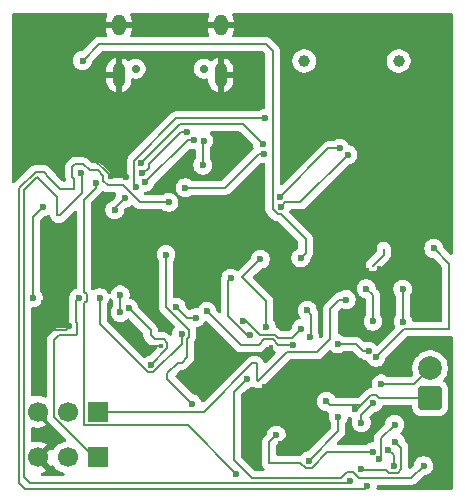
<source format=gbr>
%TF.GenerationSoftware,KiCad,Pcbnew,9.0.3*%
%TF.CreationDate,2025-11-29T09:23:08-06:00*%
%TF.ProjectId,zenith,7a656e69-7468-42e6-9b69-6361645f7063,rev?*%
%TF.SameCoordinates,Original*%
%TF.FileFunction,Copper,L2,Bot*%
%TF.FilePolarity,Positive*%
%FSLAX46Y46*%
G04 Gerber Fmt 4.6, Leading zero omitted, Abs format (unit mm)*
G04 Created by KiCad (PCBNEW 9.0.3) date 2025-11-29 09:23:08*
%MOMM*%
%LPD*%
G01*
G04 APERTURE LIST*
G04 Aperture macros list*
%AMRoundRect*
0 Rectangle with rounded corners*
0 $1 Rounding radius*
0 $2 $3 $4 $5 $6 $7 $8 $9 X,Y pos of 4 corners*
0 Add a 4 corners polygon primitive as box body*
4,1,4,$2,$3,$4,$5,$6,$7,$8,$9,$2,$3,0*
0 Add four circle primitives for the rounded corners*
1,1,$1+$1,$2,$3*
1,1,$1+$1,$4,$5*
1,1,$1+$1,$6,$7*
1,1,$1+$1,$8,$9*
0 Add four rect primitives between the rounded corners*
20,1,$1+$1,$2,$3,$4,$5,0*
20,1,$1+$1,$4,$5,$6,$7,0*
20,1,$1+$1,$6,$7,$8,$9,0*
20,1,$1+$1,$8,$9,$2,$3,0*%
G04 Aperture macros list end*
%TA.AperFunction,ComponentPad*%
%ADD10RoundRect,0.250000X0.750000X-0.750000X0.750000X0.750000X-0.750000X0.750000X-0.750000X-0.750000X0*%
%TD*%
%TA.AperFunction,ComponentPad*%
%ADD11C,2.000000*%
%TD*%
%TA.AperFunction,ComponentPad*%
%ADD12R,1.700000X1.700000*%
%TD*%
%TA.AperFunction,ComponentPad*%
%ADD13C,1.700000*%
%TD*%
%TA.AperFunction,ComponentPad*%
%ADD14C,1.000000*%
%TD*%
%TA.AperFunction,ComponentPad*%
%ADD15C,0.700000*%
%TD*%
%TA.AperFunction,ComponentPad*%
%ADD16O,1.100000X2.000000*%
%TD*%
%TA.AperFunction,ComponentPad*%
%ADD17O,1.200000X1.800000*%
%TD*%
%TA.AperFunction,ViaPad*%
%ADD18C,0.600000*%
%TD*%
%TA.AperFunction,ViaPad*%
%ADD19C,0.400000*%
%TD*%
%TA.AperFunction,Conductor*%
%ADD20C,0.200000*%
%TD*%
%TA.AperFunction,Conductor*%
%ADD21C,0.400000*%
%TD*%
G04 APERTURE END LIST*
D10*
%TO.P,J1,1,Pin_1*%
%TO.N,+BAT*%
X137300000Y-96850000D03*
D11*
%TO.P,J1,2,Pin_2*%
%TO.N,BAT-*%
X137300000Y-94310000D03*
%TD*%
D12*
%TO.P,SERVO HEADERS,1,Pin_1*%
%TO.N,+5V*%
X109150000Y-101880000D03*
D13*
%TO.P,SERVO HEADERS,2,Pin_2*%
%TO.N,/SERVO2*%
X106610000Y-101880000D03*
%TO.P,SERVO HEADERS,3,Pin_3*%
%TO.N,GND*%
X104070000Y-101880000D03*
%TD*%
D14*
%TO.P,SD Card,*%
%TO.N,*%
X134640000Y-68310000D03*
X126640000Y-68310000D03*
%TD*%
D12*
%TO.P,J2,1,Pin_1*%
%TO.N,+5V*%
X109140000Y-98000000D03*
D13*
%TO.P,J2,2,Pin_2*%
%TO.N,/SERVO1*%
X106600000Y-98000000D03*
%TO.P,J2,3,Pin_3*%
%TO.N,GND*%
X104060000Y-98000000D03*
%TD*%
D15*
%TO.P,USB1,*%
%TO.N,*%
X118140000Y-68960000D03*
X112360000Y-68960000D03*
D16*
%TO.P,USB1,13,SHELL*%
%TO.N,GND*%
X119570000Y-69490000D03*
D17*
X119570000Y-65280000D03*
D16*
%TO.P,USB1,14,SHELL*%
X110930000Y-69490000D03*
D17*
X110930000Y-65280000D03*
%TD*%
D18*
%TO.N,VSYS*%
X137610000Y-84180000D03*
X107870000Y-68270000D03*
X129530000Y-98419998D03*
X126341075Y-84989367D03*
X127016930Y-102166908D03*
X132720000Y-93400000D03*
%TO.N,BAT-*%
X133150000Y-95650000D03*
D19*
%TO.N,GND*%
X114510000Y-92430000D03*
D18*
X126138832Y-100405177D03*
D19*
X123429087Y-93538377D03*
D18*
X108245000Y-76247076D03*
X126230000Y-87000000D03*
D19*
X112330000Y-91560000D03*
X136210000Y-85340000D03*
D18*
X106730000Y-90750000D03*
X120170000Y-75920000D03*
X119362885Y-95053903D03*
D19*
X133009852Y-85840002D03*
D18*
X104650000Y-88769000D03*
X106330000Y-66420000D03*
X110241726Y-78080253D03*
X129969000Y-86270000D03*
X134670000Y-97800000D03*
X134960000Y-82440000D03*
X111560000Y-78170711D03*
X121590000Y-78800000D03*
X126991206Y-99447755D03*
D19*
X131921000Y-85966000D03*
D18*
X130490000Y-94890000D03*
X124682083Y-100719196D03*
D19*
X131590000Y-85014998D03*
D18*
X137435000Y-86971792D03*
X104650000Y-90809000D03*
X105148712Y-91049999D03*
D19*
X134684000Y-85010000D03*
X123795247Y-92525199D03*
D18*
X123349000Y-95950000D03*
X133034379Y-80944001D03*
D19*
X132008394Y-83901000D03*
D18*
X103420000Y-69689998D03*
%TO.N,+BAT*%
X128504375Y-97124385D03*
X130937259Y-97743141D03*
%TO.N,Net-(U3-BTST)*%
X132483467Y-97260518D03*
X131480002Y-98930000D03*
%TO.N,+5V*%
X130200000Y-88510000D03*
X107560000Y-88340000D03*
%TO.N,+3.3V*%
X118050000Y-77130000D03*
X118119692Y-75057877D03*
X122920000Y-85090000D03*
X123430000Y-90840000D03*
%TO.N,/HSE_IN*%
X111062260Y-88113857D03*
X111039374Y-89600475D03*
%TO.N,/RESET*%
X113630000Y-94060000D03*
X111770000Y-89240000D03*
%TO.N,/SD_DAT3*%
X123110000Y-75320000D03*
X112840000Y-76990000D03*
%TO.N,/SD_DAT0*%
X124678700Y-80645362D03*
X130350000Y-76250000D03*
%TO.N,/SD_DAT1*%
X124590000Y-79800000D03*
X129650000Y-75710000D03*
%TO.N,/SD_CLK*%
X112889000Y-77805303D03*
X116719620Y-74319000D03*
%TO.N,/SD_CD*%
X123340000Y-73160000D03*
X112419239Y-79012843D03*
%TO.N,/SD_DAT2*%
X116570000Y-79050000D03*
X123235215Y-76160729D03*
%TO.N,/SD_CMD*%
X117275067Y-74962415D03*
X113148218Y-78575700D03*
%TO.N,Net-(D1-K)*%
X136740000Y-102580000D03*
X121770000Y-95240000D03*
%TO.N,Net-(U1-L1)*%
X134986504Y-87615268D03*
X135000000Y-90370000D03*
%TO.N,Net-(U1-L2)*%
X132460000Y-90350000D03*
X131884997Y-87589000D03*
%TO.N,Net-(U5-VDDA)*%
X117450000Y-90060000D03*
X115805849Y-89170925D03*
%TO.N,/BQ_INT*%
X131970000Y-104320000D03*
X115173724Y-80276471D03*
%TO.N,/I2C_SCL*%
X110588878Y-80925835D03*
X130520000Y-103869000D03*
X107707342Y-77799740D03*
X131456811Y-102888333D03*
X134360000Y-100550000D03*
X111443132Y-79941610D03*
%TO.N,/I2C_SDA*%
X133749900Y-101207818D03*
X120900000Y-103290000D03*
X109006246Y-78640104D03*
X134236527Y-102587264D03*
%TO.N,Net-(U3-ILIM)*%
X132448541Y-101399878D03*
X124272614Y-99974320D03*
%TO.N,Net-(U3-TS)*%
X132090000Y-92890000D03*
X132985971Y-101999381D03*
X129488346Y-92266875D03*
X134290000Y-99090000D03*
%TO.N,/BOOT*%
X117145002Y-97320000D03*
X114936048Y-84696808D03*
%TO.N,/ICM_SDI*%
X126890000Y-89430000D03*
X127092602Y-91682603D03*
%TO.N,/ICM_SD0*%
X126398634Y-90963018D03*
X121429889Y-90285085D03*
%TO.N,/ICM_INT1*%
X122029944Y-91523508D03*
X120424131Y-86723471D03*
%TO.N,/ICM_SCK*%
X125660000Y-92350000D03*
X118405448Y-89498212D03*
%TO.N,Net-(LED1-DO)*%
X104550000Y-80650000D03*
X103699998Y-88360000D03*
%TO.N,/LED_DIN*%
X116252478Y-91429001D03*
X109320000Y-88350000D03*
%TD*%
D20*
%TO.N,VSYS*%
X107870000Y-68270000D02*
X109270000Y-66870000D01*
X126754556Y-83344556D02*
X126754556Y-84575886D01*
X123960000Y-80845901D02*
X124409461Y-81295362D01*
X138900000Y-91010000D02*
X135110000Y-91010000D01*
X138900000Y-85470000D02*
X138900000Y-91010000D01*
X123380000Y-66870000D02*
X123960000Y-67450000D01*
X126754556Y-84575886D02*
X126341075Y-84989367D01*
X137610000Y-84180000D02*
X138900000Y-85470000D01*
X124409461Y-81295362D02*
X124705362Y-81295362D01*
X135110000Y-91010000D02*
X132720000Y-93400000D01*
X129530000Y-98419998D02*
X129530000Y-99653838D01*
X129530000Y-99653838D02*
X127016930Y-102166908D01*
X109270000Y-66870000D02*
X123380000Y-66870000D01*
X123960000Y-67450000D02*
X123960000Y-80845901D01*
X124705362Y-81295362D02*
X126754556Y-83344556D01*
%TO.N,BAT-*%
X135960000Y-95650000D02*
X133150000Y-95650000D01*
X137300000Y-94310000D02*
X135960000Y-95650000D01*
%TO.N,GND*%
X110332184Y-78170711D02*
X110241726Y-78080253D01*
X133034379Y-80944001D02*
X133464001Y-80944001D01*
X132714507Y-86135347D02*
X132090347Y-86135347D01*
X106430001Y-91049999D02*
X106730000Y-90750000D01*
D21*
X124682083Y-100719196D02*
X125108968Y-100292311D01*
X126991206Y-99447755D02*
X126991206Y-99552803D01*
D20*
X132008394Y-83901000D02*
X132008394Y-84596604D01*
X123429087Y-92891359D02*
X123795247Y-92525199D01*
X136733208Y-86270000D02*
X137435000Y-86971792D01*
X133464001Y-80944001D02*
X134960000Y-82440000D01*
X104650000Y-88769000D02*
X104650000Y-90809000D01*
D21*
X126991206Y-99552803D02*
X126138832Y-100405177D01*
X125108968Y-100292311D02*
X126025966Y-100292311D01*
D20*
X108408549Y-76247076D02*
X110241726Y-78080253D01*
X111560000Y-78170711D02*
X110332184Y-78170711D01*
X105148712Y-91049999D02*
X106430001Y-91049999D01*
X123429087Y-93538377D02*
X123429087Y-92891359D01*
X112330000Y-91560000D02*
X113200000Y-92430000D01*
X108245000Y-76247076D02*
X108408549Y-76247076D01*
X103420000Y-69689998D02*
X103420000Y-69330000D01*
X113200000Y-92430000D02*
X114510000Y-92430000D01*
X132008394Y-84596604D02*
X131590000Y-85014998D01*
X134684000Y-85010000D02*
X135880000Y-85010000D01*
X103420000Y-69330000D02*
X106330000Y-66420000D01*
X133009852Y-85840002D02*
X132714507Y-86135347D01*
X129969000Y-86270000D02*
X136733208Y-86270000D01*
D21*
X126025966Y-100292311D02*
X126138832Y-100405177D01*
D20*
X132090347Y-86135347D02*
X131921000Y-85966000D01*
X135880000Y-85010000D02*
X136210000Y-85340000D01*
%TO.N,+BAT*%
X131402665Y-97492665D02*
X131141704Y-97753626D01*
X131141704Y-97753626D02*
X130947744Y-97753626D01*
X132752706Y-96610518D02*
X132284812Y-96610518D01*
X131402665Y-97492665D02*
X131379998Y-97469998D01*
X132992188Y-96850000D02*
X132752706Y-96610518D01*
X132284812Y-96610518D02*
X131402665Y-97492665D01*
X130947744Y-97753626D02*
X130937259Y-97743141D01*
X128849988Y-97469998D02*
X128504375Y-97124385D01*
X137300000Y-96850000D02*
X132992188Y-96850000D01*
X131379998Y-97469998D02*
X128849988Y-97469998D01*
%TO.N,Net-(U3-BTST)*%
X131480002Y-98263983D02*
X132483467Y-97260518D01*
X131480002Y-98930000D02*
X131480002Y-98263983D01*
%TO.N,Net-(U1-Vaux)*%
X133365632Y-84207261D02*
X133365632Y-84713330D01*
X133365632Y-84713330D02*
X132444615Y-85634347D01*
%TO.N,+5V*%
X130200000Y-88510000D02*
X129620000Y-88510000D01*
X107315685Y-88584315D02*
X107315685Y-90416446D01*
X107560000Y-88340000D02*
X107315685Y-88584315D01*
X105915685Y-91480000D02*
X105449000Y-91946685D01*
X108852240Y-101880000D02*
X109150000Y-101880000D01*
X107315685Y-90416446D02*
X107380000Y-90480761D01*
X128861280Y-91818959D02*
X127700237Y-92980002D01*
X125149998Y-92980002D02*
X122730000Y-95400000D01*
X127700237Y-92980002D02*
X125149998Y-92980002D01*
X129620000Y-88510000D02*
X128861280Y-89268720D01*
X122610000Y-93920000D02*
X122240057Y-93920000D01*
X122730000Y-95400000D02*
X122610000Y-95280000D01*
X107380000Y-90480761D02*
X107380000Y-91415685D01*
X122240057Y-93920000D02*
X118160057Y-98000000D01*
X105449000Y-98476760D02*
X108852240Y-101880000D01*
X118160057Y-98000000D02*
X109140000Y-98000000D01*
X128861280Y-89268720D02*
X128861280Y-91818959D01*
X107380000Y-91415685D02*
X107315685Y-91480000D01*
X122610000Y-95280000D02*
X122610000Y-93920000D01*
X105449000Y-91946685D02*
X105449000Y-98476760D01*
X107315685Y-91480000D02*
X105915685Y-91480000D01*
%TO.N,+3.3V*%
X123430000Y-88660000D02*
X123430000Y-90840000D01*
X121400000Y-86630000D02*
X123430000Y-88660000D01*
X118050000Y-77130000D02*
X118050000Y-75127569D01*
X122920000Y-85090000D02*
X122920000Y-85110000D01*
X122920000Y-85110000D02*
X121400000Y-86630000D01*
X118050000Y-75127569D02*
X118119692Y-75057877D01*
%TO.N,/HSE_IN*%
X111039374Y-88136743D02*
X111039374Y-89600475D01*
X111062260Y-88113857D02*
X111039374Y-88136743D01*
%TO.N,/RESET*%
X113630000Y-94060000D02*
X115060000Y-92630000D01*
X113630000Y-91100000D02*
X111770000Y-89240000D01*
X115060000Y-92202182D02*
X114737818Y-91880000D01*
X115060000Y-92630000D02*
X115060000Y-92202182D01*
X113975685Y-91880000D02*
X113630000Y-91534315D01*
X113630000Y-91534315D02*
X113630000Y-91100000D01*
X114737818Y-91880000D02*
X113975685Y-91880000D01*
%TO.N,/SD_DAT3*%
X121459000Y-73669000D02*
X123110000Y-75320000D01*
X112840000Y-76990000D02*
X116161000Y-73669000D01*
X116161000Y-73669000D02*
X121459000Y-73669000D01*
%TO.N,/SD_DAT0*%
X126320000Y-80280000D02*
X125044062Y-80280000D01*
X125044062Y-80280000D02*
X124678700Y-80645362D01*
X130350000Y-76250000D02*
X126320000Y-80280000D01*
%TO.N,/SD_DAT1*%
X128680000Y-75710000D02*
X124590000Y-79800000D01*
X129650000Y-75710000D02*
X128680000Y-75710000D01*
%TO.N,/SD_CLK*%
X116719620Y-74319000D02*
X116231000Y-74319000D01*
X116231000Y-74319000D02*
X113490000Y-77060000D01*
X113490000Y-77060000D02*
X113490000Y-77330000D01*
X113490000Y-77330000D02*
X113014697Y-77805303D01*
X113014697Y-77805303D02*
X112889000Y-77805303D01*
%TO.N,/SD_CD*%
X115820057Y-73160000D02*
X112239000Y-76741057D01*
X112239000Y-76741057D02*
X112239000Y-78832604D01*
X112239000Y-78832604D02*
X112419239Y-79012843D01*
X123340000Y-73160000D02*
X115820057Y-73160000D01*
%TO.N,/SD_DAT2*%
X119920000Y-79050000D02*
X122809271Y-76160729D01*
X116570000Y-79050000D02*
X119920000Y-79050000D01*
X122809271Y-76160729D02*
X123235215Y-76160729D01*
%TO.N,/SD_CMD*%
X117275067Y-74962415D02*
X116797585Y-74962415D01*
X113184300Y-78575700D02*
X113148218Y-78575700D01*
X116797585Y-74962415D02*
X113184300Y-78575700D01*
%TO.N,Net-(D1-K)*%
X120680000Y-96330000D02*
X121770000Y-95240000D01*
X135721000Y-103599000D02*
X131248239Y-103599000D01*
X122188239Y-103599000D02*
X120680000Y-102090761D01*
X130250761Y-103140000D02*
X129791761Y-103599000D01*
X136740000Y-102580000D02*
X135721000Y-103599000D01*
X120680000Y-102090761D02*
X120680000Y-96330000D01*
X129791761Y-103599000D02*
X122188239Y-103599000D01*
X130789239Y-103140000D02*
X130250761Y-103140000D01*
X131248239Y-103599000D02*
X130789239Y-103140000D01*
%TO.N,Net-(U1-L1)*%
X134986504Y-90356504D02*
X135000000Y-90370000D01*
X134986504Y-87615268D02*
X134986504Y-90356504D01*
%TO.N,Net-(U1-L2)*%
X132460000Y-88164003D02*
X132460000Y-90350000D01*
X131884997Y-87589000D02*
X132460000Y-88164003D01*
%TO.N,Net-(U5-VDDA)*%
X116694924Y-90060000D02*
X115805849Y-89170925D01*
X117450000Y-90060000D02*
X116694924Y-90060000D01*
%TO.N,/BQ_INT*%
X107186771Y-78292537D02*
X107186771Y-79053229D01*
X105961371Y-79130000D02*
X105060000Y-78228629D01*
X102507000Y-103685514D02*
X102509000Y-103687514D01*
X106988656Y-78094422D02*
X107186771Y-78292537D01*
X111315559Y-78825502D02*
X110006954Y-78825502D01*
X104591371Y-77720000D02*
X103888628Y-77720000D01*
X108474497Y-77576954D02*
X107916595Y-77019052D01*
X109626193Y-78444741D02*
X109626193Y-78030406D01*
X109626193Y-78030406D02*
X109172741Y-77576954D01*
X115173724Y-80276471D02*
X112766528Y-80276471D01*
X131771000Y-104519000D02*
X131970000Y-104320000D01*
X106988656Y-77275420D02*
X106988656Y-78094422D01*
X109172741Y-77576954D02*
X108474497Y-77576954D01*
X107186771Y-79053229D02*
X107110000Y-79130000D01*
X102507000Y-79101628D02*
X102507000Y-103685514D01*
X107110000Y-79130000D02*
X105961371Y-79130000D01*
X102991000Y-104519000D02*
X131771000Y-104519000D01*
X112766528Y-80276471D02*
X111315559Y-78825502D01*
X105060000Y-78188628D02*
X104591371Y-77720000D01*
X102509000Y-104037000D02*
X102991000Y-104519000D01*
X103888628Y-77720000D02*
X102507000Y-79101628D01*
X102509000Y-103687514D02*
X102509000Y-104037000D01*
X110006954Y-78825502D02*
X109626193Y-78444741D01*
X107916595Y-77019052D02*
X107245024Y-77019052D01*
X105060000Y-78228629D02*
X105060000Y-78188628D01*
X107245024Y-77019052D02*
X106988656Y-77275420D01*
%TO.N,/I2C_SCL*%
X102909000Y-79265314D02*
X104054314Y-78120000D01*
X107836771Y-79492229D02*
X107836771Y-77929169D01*
X134360000Y-100550000D02*
X134848802Y-101038802D01*
X130359000Y-104030000D02*
X103420000Y-104030000D01*
X105744314Y-79810000D02*
X105744314Y-81390000D01*
X107836771Y-77929169D02*
X107707342Y-77799740D01*
X104054314Y-78120000D02*
X105744314Y-79810000D01*
X111443132Y-79941610D02*
X110588878Y-80795864D01*
X134545009Y-103199000D02*
X133782755Y-103199000D01*
X131517478Y-102949000D02*
X131456811Y-102888333D01*
X133782755Y-103199000D02*
X133532755Y-102949000D01*
X102909000Y-103519000D02*
X102909000Y-79265314D01*
X133532755Y-102949000D02*
X131517478Y-102949000D01*
X105939000Y-81390000D02*
X107836771Y-79492229D01*
X134848802Y-102895207D02*
X134545009Y-103199000D01*
X105744314Y-81390000D02*
X105939000Y-81390000D01*
X130520000Y-103869000D02*
X130359000Y-104030000D01*
X134848802Y-101038802D02*
X134848802Y-102895207D01*
X103420000Y-104030000D02*
X102909000Y-103519000D01*
X110588878Y-80795864D02*
X110588878Y-80925835D01*
%TO.N,/I2C_SDA*%
X120900000Y-103290000D02*
X116761000Y-99151000D01*
X108210000Y-88070761D02*
X107989000Y-87849761D01*
X134236527Y-102587264D02*
X134236527Y-101694445D01*
X107989000Y-87849761D02*
X107989000Y-80056189D01*
X107989000Y-99151000D02*
X107989000Y-91372370D01*
X109006246Y-79038943D02*
X109006246Y-78640104D01*
X108010000Y-90688629D02*
X107989000Y-90667629D01*
X107989000Y-91372370D02*
X108010000Y-91351370D01*
X107989000Y-80056189D02*
X109006246Y-79038943D01*
X108210000Y-88609239D02*
X108210000Y-88070761D01*
X107989000Y-88830239D02*
X108210000Y-88609239D01*
X134236527Y-101694445D02*
X133749900Y-101207818D01*
X116761000Y-99151000D02*
X107989000Y-99151000D01*
X108010000Y-91351370D02*
X108010000Y-90688629D01*
X107989000Y-90667629D02*
X107989000Y-88830239D01*
%TO.N,Net-(U3-ILIM)*%
X132448541Y-101399878D02*
X132418419Y-101430000D01*
X126320079Y-102320000D02*
X123640761Y-102320000D01*
X132418419Y-101430000D02*
X128603781Y-101430000D01*
X127265873Y-102767908D02*
X126767987Y-102767908D01*
X128603781Y-101430000D02*
X127265873Y-102767908D01*
X126767987Y-102767908D02*
X126320079Y-102320000D01*
X123640761Y-102320000D02*
X123640761Y-100606173D01*
X123640761Y-100606173D02*
X124272614Y-99974320D01*
%TO.N,Net-(U3-TS)*%
X133139493Y-101845859D02*
X132985971Y-101999381D01*
X131620000Y-92890000D02*
X130996875Y-92266875D01*
X133139493Y-100240507D02*
X133139493Y-101845859D01*
X132090000Y-92890000D02*
X131620000Y-92890000D01*
X130996875Y-92266875D02*
X129488346Y-92266875D01*
X134290000Y-99090000D02*
X133139493Y-100240507D01*
%TO.N,/BOOT*%
X116720000Y-91820755D02*
X116852478Y-91688277D01*
X116852478Y-91688277D02*
X116852478Y-91076793D01*
X115921370Y-93870000D02*
X116251371Y-93870000D01*
X114936048Y-89160363D02*
X114936048Y-84696808D01*
X116720000Y-93401370D02*
X116720000Y-91820755D01*
X117145002Y-97320000D02*
X115050000Y-95224998D01*
X116251371Y-93870000D02*
X116720000Y-93401370D01*
X115050000Y-95224998D02*
X115050000Y-94741370D01*
X115050000Y-94741370D02*
X115921370Y-93870000D01*
X116852478Y-91076793D02*
X114936048Y-89160363D01*
%TO.N,/ICM_SDI*%
X126890000Y-89430000D02*
X127240000Y-89780000D01*
X127240000Y-91535205D02*
X127092602Y-91682603D01*
X127240000Y-89780000D02*
X127240000Y-91535205D01*
%TO.N,/ICM_SD0*%
X124144591Y-91490000D02*
X122915676Y-91490000D01*
X125626567Y-91735085D02*
X124389676Y-91735085D01*
X121710761Y-90285085D02*
X121429889Y-90285085D01*
X124389676Y-91735085D02*
X124144591Y-91490000D01*
X126398634Y-90963018D02*
X125626567Y-91735085D01*
X122915676Y-91490000D02*
X121710761Y-90285085D01*
%TO.N,/ICM_INT1*%
X120424131Y-86723471D02*
X120190000Y-86957602D01*
X121812711Y-91523508D02*
X122029944Y-91523508D01*
X120190000Y-89900797D02*
X121812711Y-91523508D01*
X120190000Y-86957602D02*
X120190000Y-89900797D01*
%TO.N,/ICM_SCK*%
X123978906Y-91890000D02*
X124438906Y-92350000D01*
X121257236Y-92350000D02*
X122782182Y-92350000D01*
X118405448Y-89498212D02*
X121257236Y-92350000D01*
X124438906Y-92350000D02*
X125660000Y-92350000D01*
X123242182Y-91890000D02*
X123978906Y-91890000D01*
X122782182Y-92350000D02*
X123242182Y-91890000D01*
%TO.N,Net-(LED1-DO)*%
X103699998Y-81500002D02*
X104550000Y-80650000D01*
X103699998Y-88360000D02*
X103699998Y-81500002D01*
%TO.N,/LED_DIN*%
X116252478Y-92287465D02*
X116252478Y-91429001D01*
X113878943Y-94661000D02*
X116252478Y-92287465D01*
X109320000Y-90599943D02*
X113381057Y-94661000D01*
X113381057Y-94661000D02*
X113878943Y-94661000D01*
X109320000Y-88350000D02*
X109320000Y-90599943D01*
%TD*%
%TA.AperFunction,Conductor*%
%TO.N,GND*%
G36*
X139113256Y-91594920D02*
G01*
X139171119Y-91634082D01*
X139198623Y-91698311D01*
X139199500Y-91713032D01*
X139199500Y-104495500D01*
X139179815Y-104562539D01*
X139127011Y-104608294D01*
X139075500Y-104619500D01*
X132877703Y-104619500D01*
X132863255Y-104615257D01*
X132848210Y-104615942D01*
X132830406Y-104605612D01*
X132810664Y-104599815D01*
X132800804Y-104588436D01*
X132787776Y-104580877D01*
X132778383Y-104562561D01*
X132764909Y-104547011D01*
X132762251Y-104531101D01*
X132755894Y-104518705D01*
X132755995Y-104493656D01*
X132754290Y-104483448D01*
X132754887Y-104477331D01*
X132770500Y-104398842D01*
X132770500Y-104317458D01*
X132771087Y-104311448D01*
X132781976Y-104284414D01*
X132790185Y-104256461D01*
X132794874Y-104252397D01*
X132797194Y-104246639D01*
X132820973Y-104229782D01*
X132842989Y-104210706D01*
X132850052Y-104209169D01*
X132854195Y-104206233D01*
X132866023Y-104205694D01*
X132894500Y-104199500D01*
X135634331Y-104199500D01*
X135634347Y-104199501D01*
X135641943Y-104199501D01*
X135800054Y-104199501D01*
X135800057Y-104199501D01*
X135952785Y-104158577D01*
X136026431Y-104116057D01*
X136089716Y-104079520D01*
X136201520Y-103967716D01*
X136201520Y-103967714D01*
X136211724Y-103957511D01*
X136211727Y-103957506D01*
X136754665Y-103414570D01*
X136815984Y-103381088D01*
X136818151Y-103380637D01*
X136818840Y-103380500D01*
X136818842Y-103380500D01*
X136973497Y-103349737D01*
X137119179Y-103289394D01*
X137250289Y-103201789D01*
X137361789Y-103090289D01*
X137449394Y-102959179D01*
X137509737Y-102813497D01*
X137540500Y-102658842D01*
X137540500Y-102501158D01*
X137540500Y-102501155D01*
X137540499Y-102501153D01*
X137537165Y-102484391D01*
X137509737Y-102346503D01*
X137476617Y-102266543D01*
X137449397Y-102200827D01*
X137449390Y-102200814D01*
X137361789Y-102069711D01*
X137361786Y-102069707D01*
X137250292Y-101958213D01*
X137250288Y-101958210D01*
X137119185Y-101870609D01*
X137119172Y-101870602D01*
X136973501Y-101810264D01*
X136973489Y-101810261D01*
X136818845Y-101779500D01*
X136818842Y-101779500D01*
X136661158Y-101779500D01*
X136661155Y-101779500D01*
X136506510Y-101810261D01*
X136506498Y-101810264D01*
X136360827Y-101870602D01*
X136360814Y-101870609D01*
X136229711Y-101958210D01*
X136229707Y-101958213D01*
X136118213Y-102069707D01*
X136118210Y-102069711D01*
X136030609Y-102200814D01*
X136030602Y-102200827D01*
X135970264Y-102346498D01*
X135970261Y-102346508D01*
X135939362Y-102501849D01*
X135906977Y-102563759D01*
X135905426Y-102565338D01*
X135660983Y-102809781D01*
X135599660Y-102843266D01*
X135529968Y-102838282D01*
X135474035Y-102796410D01*
X135449618Y-102730946D01*
X135449302Y-102722100D01*
X135449302Y-100959747D01*
X135449302Y-100959745D01*
X135408379Y-100807018D01*
X135391677Y-100778089D01*
X135329326Y-100670092D01*
X135329323Y-100670088D01*
X135329322Y-100670086D01*
X135217518Y-100558282D01*
X135217517Y-100558281D01*
X135213187Y-100553951D01*
X135213176Y-100553941D01*
X135194574Y-100535339D01*
X135161089Y-100474016D01*
X135160638Y-100471849D01*
X135137096Y-100353499D01*
X135129737Y-100316503D01*
X135096998Y-100237463D01*
X135069397Y-100170827D01*
X135069390Y-100170814D01*
X134981789Y-100039711D01*
X134981786Y-100039707D01*
X134870292Y-99928213D01*
X134824221Y-99897429D01*
X134779417Y-99843816D01*
X134770710Y-99774491D01*
X134800865Y-99711464D01*
X134805413Y-99706664D01*
X134911789Y-99600289D01*
X134999394Y-99469179D01*
X135059737Y-99323497D01*
X135090500Y-99168842D01*
X135090500Y-99011158D01*
X135090500Y-99011155D01*
X135090499Y-99011153D01*
X135074530Y-98930872D01*
X135059737Y-98856503D01*
X135055168Y-98845472D01*
X134999397Y-98710827D01*
X134999390Y-98710814D01*
X134911789Y-98579711D01*
X134911786Y-98579707D01*
X134800292Y-98468213D01*
X134800288Y-98468210D01*
X134669185Y-98380609D01*
X134669172Y-98380602D01*
X134523501Y-98320264D01*
X134523489Y-98320261D01*
X134368845Y-98289500D01*
X134368842Y-98289500D01*
X134211158Y-98289500D01*
X134211155Y-98289500D01*
X134056510Y-98320261D01*
X134056498Y-98320264D01*
X133910827Y-98380602D01*
X133910814Y-98380609D01*
X133779711Y-98468210D01*
X133779707Y-98468213D01*
X133668213Y-98579707D01*
X133668210Y-98579711D01*
X133580609Y-98710814D01*
X133580602Y-98710827D01*
X133520264Y-98856498D01*
X133520261Y-98856508D01*
X133489362Y-99011848D01*
X133456977Y-99073759D01*
X133455426Y-99075337D01*
X132770779Y-99759985D01*
X132658974Y-99871789D01*
X132658968Y-99871797D01*
X132614109Y-99949497D01*
X132614109Y-99949498D01*
X132579916Y-100008721D01*
X132579916Y-100008722D01*
X132538992Y-100161450D01*
X132538992Y-100161452D01*
X132538992Y-100329553D01*
X132538993Y-100329566D01*
X132538993Y-100475378D01*
X132519308Y-100542417D01*
X132466504Y-100588172D01*
X132414993Y-100599378D01*
X132369696Y-100599378D01*
X132215051Y-100630139D01*
X132215039Y-100630142D01*
X132069368Y-100690480D01*
X132069355Y-100690487D01*
X131938252Y-100778088D01*
X131938248Y-100778091D01*
X131923159Y-100793181D01*
X131861836Y-100826666D01*
X131835478Y-100829500D01*
X129502936Y-100829500D01*
X129435897Y-100809815D01*
X129390142Y-100757011D01*
X129380198Y-100687853D01*
X129409223Y-100624297D01*
X129415255Y-100617819D01*
X129703521Y-100329553D01*
X130010520Y-100022554D01*
X130089577Y-99885622D01*
X130130501Y-99732895D01*
X130130501Y-99574780D01*
X130130501Y-99567185D01*
X130130500Y-99567167D01*
X130130500Y-98999763D01*
X130150185Y-98932724D01*
X130151398Y-98930872D01*
X130239390Y-98799183D01*
X130239390Y-98799182D01*
X130239394Y-98799177D01*
X130299737Y-98653495D01*
X130329124Y-98505755D01*
X130340655Y-98483709D01*
X130348325Y-98460040D01*
X130356568Y-98453287D01*
X130361508Y-98443845D01*
X130383129Y-98431533D01*
X130402378Y-98415767D01*
X130412964Y-98414543D01*
X130422224Y-98409271D01*
X130447067Y-98410602D01*
X130471785Y-98407746D01*
X130483883Y-98412575D01*
X130491993Y-98413010D01*
X130505361Y-98418625D01*
X130512772Y-98422261D01*
X130558080Y-98452535D01*
X130663314Y-98496124D01*
X130666840Y-98497854D01*
X130689817Y-98518907D01*
X130714075Y-98538455D01*
X130715357Y-98542308D01*
X130718355Y-98545055D01*
X130726302Y-98575189D01*
X130736141Y-98604749D01*
X130735310Y-98609350D01*
X130736172Y-98612615D01*
X130732900Y-98622712D01*
X130726782Y-98656626D01*
X130710265Y-98696503D01*
X130710264Y-98696506D01*
X130710264Y-98696507D01*
X130710263Y-98696510D01*
X130679502Y-98851153D01*
X130679502Y-99008846D01*
X130710263Y-99163489D01*
X130710266Y-99163501D01*
X130770604Y-99309172D01*
X130770611Y-99309185D01*
X130858212Y-99440288D01*
X130858215Y-99440292D01*
X130969709Y-99551786D01*
X130969713Y-99551789D01*
X131100816Y-99639390D01*
X131100829Y-99639397D01*
X131246500Y-99699735D01*
X131246505Y-99699737D01*
X131401155Y-99730499D01*
X131401158Y-99730500D01*
X131401160Y-99730500D01*
X131558846Y-99730500D01*
X131558847Y-99730499D01*
X131713499Y-99699737D01*
X131859181Y-99639394D01*
X131990291Y-99551789D01*
X132101791Y-99440289D01*
X132189396Y-99309179D01*
X132249739Y-99163497D01*
X132280502Y-99008842D01*
X132280502Y-98851158D01*
X132280502Y-98851155D01*
X132280501Y-98851153D01*
X132252587Y-98710821D01*
X132249739Y-98696503D01*
X132211734Y-98604749D01*
X132189399Y-98550828D01*
X132189398Y-98550827D01*
X132189396Y-98550821D01*
X132187053Y-98547315D01*
X132166176Y-98480639D01*
X132184660Y-98413258D01*
X132202475Y-98390744D01*
X132328762Y-98264457D01*
X132498129Y-98095090D01*
X132559450Y-98061607D01*
X132561617Y-98061156D01*
X132619552Y-98049631D01*
X132716964Y-98030255D01*
X132862646Y-97969912D01*
X132993756Y-97882307D01*
X133105256Y-97770807D01*
X133192861Y-97639697D01*
X133209345Y-97599901D01*
X133239522Y-97527048D01*
X133283363Y-97472644D01*
X133349657Y-97450579D01*
X133354083Y-97450500D01*
X135675501Y-97450500D01*
X135742540Y-97470185D01*
X135788295Y-97522989D01*
X135799501Y-97574500D01*
X135799501Y-97650018D01*
X135810000Y-97752796D01*
X135810001Y-97752799D01*
X135856832Y-97894123D01*
X135865186Y-97919334D01*
X135957288Y-98068656D01*
X136081344Y-98192712D01*
X136230666Y-98284814D01*
X136397203Y-98339999D01*
X136499991Y-98350500D01*
X138100008Y-98350499D01*
X138202797Y-98339999D01*
X138369334Y-98284814D01*
X138518656Y-98192712D01*
X138642712Y-98068656D01*
X138734814Y-97919334D01*
X138789999Y-97752797D01*
X138800500Y-97650009D01*
X138800499Y-96049992D01*
X138799589Y-96041088D01*
X138789999Y-95947203D01*
X138789998Y-95947200D01*
X138770908Y-95889590D01*
X138734814Y-95780666D01*
X138642712Y-95631344D01*
X138518656Y-95507288D01*
X138518655Y-95507287D01*
X138470342Y-95477487D01*
X138423618Y-95425539D01*
X138412397Y-95356576D01*
X138440241Y-95292494D01*
X138441381Y-95291249D01*
X138441348Y-95291221D01*
X138444511Y-95287516D01*
X138444511Y-95287515D01*
X138444517Y-95287510D01*
X138583343Y-95096433D01*
X138690568Y-94885992D01*
X138763553Y-94661368D01*
X138789983Y-94494496D01*
X138800500Y-94428097D01*
X138800500Y-94191902D01*
X138763553Y-93958631D01*
X138705245Y-93779179D01*
X138690568Y-93734008D01*
X138690566Y-93734005D01*
X138690566Y-93734003D01*
X138612353Y-93580502D01*
X138583343Y-93523567D01*
X138444517Y-93332490D01*
X138277510Y-93165483D01*
X138086433Y-93026657D01*
X137875996Y-92919433D01*
X137651368Y-92846446D01*
X137418097Y-92809500D01*
X137418092Y-92809500D01*
X137181908Y-92809500D01*
X137181903Y-92809500D01*
X136948631Y-92846446D01*
X136724003Y-92919433D01*
X136513566Y-93026657D01*
X136449960Y-93072870D01*
X136322490Y-93165483D01*
X136322488Y-93165485D01*
X136322487Y-93165485D01*
X136155485Y-93332487D01*
X136155485Y-93332488D01*
X136155483Y-93332490D01*
X136127853Y-93370520D01*
X136016657Y-93523566D01*
X135909433Y-93734003D01*
X135836446Y-93958631D01*
X135799500Y-94191902D01*
X135799500Y-94428097D01*
X135836447Y-94661369D01*
X135836447Y-94661372D01*
X135877450Y-94787564D01*
X135877884Y-94802776D01*
X135883203Y-94817035D01*
X135878861Y-94836991D01*
X135879445Y-94857405D01*
X135871357Y-94871489D01*
X135868352Y-94885308D01*
X135847201Y-94913562D01*
X135747585Y-95013180D01*
X135686262Y-95046666D01*
X135659903Y-95049500D01*
X133729766Y-95049500D01*
X133662727Y-95029815D01*
X133660875Y-95028602D01*
X133529185Y-94940609D01*
X133529172Y-94940602D01*
X133383501Y-94880264D01*
X133383489Y-94880261D01*
X133228845Y-94849500D01*
X133228842Y-94849500D01*
X133071158Y-94849500D01*
X133071155Y-94849500D01*
X132916510Y-94880261D01*
X132916498Y-94880264D01*
X132770827Y-94940602D01*
X132770814Y-94940609D01*
X132639711Y-95028210D01*
X132639707Y-95028213D01*
X132528213Y-95139707D01*
X132528211Y-95139710D01*
X132440609Y-95270814D01*
X132440602Y-95270827D01*
X132380264Y-95416498D01*
X132380261Y-95416510D01*
X132349500Y-95571153D01*
X132349500Y-95728846D01*
X132375952Y-95861827D01*
X132369725Y-95931418D01*
X132326862Y-95986595D01*
X132260972Y-96009840D01*
X132254335Y-96010018D01*
X132205754Y-96010018D01*
X132053027Y-96050941D01*
X132029250Y-96064669D01*
X132029249Y-96064669D01*
X131916102Y-96129993D01*
X131916094Y-96129999D01*
X131804292Y-96241802D01*
X131804290Y-96241804D01*
X131495831Y-96550264D01*
X131212916Y-96833179D01*
X131151593Y-96866664D01*
X131125235Y-96869498D01*
X129348106Y-96869498D01*
X129281067Y-96849813D01*
X129235312Y-96797009D01*
X129233556Y-96792978D01*
X129213769Y-96745206D01*
X129213765Y-96745199D01*
X129126164Y-96614096D01*
X129126161Y-96614092D01*
X129014667Y-96502598D01*
X129014663Y-96502595D01*
X128883560Y-96414994D01*
X128883547Y-96414987D01*
X128737876Y-96354649D01*
X128737864Y-96354646D01*
X128583220Y-96323885D01*
X128583217Y-96323885D01*
X128425533Y-96323885D01*
X128425530Y-96323885D01*
X128270885Y-96354646D01*
X128270873Y-96354649D01*
X128125202Y-96414987D01*
X128125189Y-96414994D01*
X127994086Y-96502595D01*
X127994082Y-96502598D01*
X127882588Y-96614092D01*
X127882585Y-96614096D01*
X127794984Y-96745199D01*
X127794977Y-96745212D01*
X127734639Y-96890883D01*
X127734636Y-96890895D01*
X127703875Y-97045538D01*
X127703875Y-97203231D01*
X127734636Y-97357874D01*
X127734639Y-97357886D01*
X127794977Y-97503557D01*
X127794984Y-97503570D01*
X127882585Y-97634673D01*
X127882588Y-97634677D01*
X127994084Y-97746173D01*
X128125189Y-97833775D01*
X128125202Y-97833782D01*
X128270873Y-97894120D01*
X128270878Y-97894122D01*
X128336257Y-97907126D01*
X128427325Y-97925242D01*
X128474214Y-97946487D01*
X128474233Y-97946455D01*
X128474562Y-97946645D01*
X128478623Y-97948485D01*
X128481269Y-97950515D01*
X128481272Y-97950518D01*
X128481275Y-97950519D01*
X128481278Y-97950522D01*
X128618197Y-98029571D01*
X128618204Y-98029575D01*
X128670529Y-98043595D01*
X128730189Y-98079961D01*
X128760717Y-98142808D01*
X128760051Y-98187561D01*
X128729500Y-98341151D01*
X128729500Y-98498844D01*
X128760261Y-98653487D01*
X128760264Y-98653499D01*
X128820602Y-98799170D01*
X128820609Y-98799183D01*
X128908602Y-98930872D01*
X128929480Y-98997549D01*
X128929500Y-98999763D01*
X128929500Y-99353740D01*
X128909815Y-99420779D01*
X128893181Y-99441421D01*
X127002269Y-101332333D01*
X126940946Y-101365818D01*
X126938780Y-101366269D01*
X126783438Y-101397169D01*
X126783428Y-101397172D01*
X126637757Y-101457510D01*
X126637744Y-101457517D01*
X126506641Y-101545118D01*
X126506637Y-101545121D01*
X126395143Y-101656615D01*
X126395138Y-101656621D01*
X126389947Y-101664391D01*
X126383856Y-101669480D01*
X126380560Y-101676700D01*
X126357432Y-101691563D01*
X126336334Y-101709196D01*
X126326960Y-101711147D01*
X126321783Y-101714475D01*
X126286852Y-101719498D01*
X126286848Y-101719499D01*
X126241022Y-101719499D01*
X126241018Y-101719499D01*
X126233412Y-101719500D01*
X126233411Y-101719499D01*
X126233410Y-101719500D01*
X124365261Y-101719500D01*
X124298222Y-101699815D01*
X124252467Y-101647011D01*
X124241261Y-101595500D01*
X124241261Y-100906270D01*
X124260946Y-100839231D01*
X124277570Y-100818598D01*
X124287273Y-100808895D01*
X124348591Y-100775410D01*
X124350764Y-100774958D01*
X124408699Y-100763433D01*
X124506111Y-100744057D01*
X124624017Y-100695219D01*
X124651786Y-100683717D01*
X124651786Y-100683716D01*
X124651793Y-100683714D01*
X124782903Y-100596109D01*
X124894403Y-100484609D01*
X124982008Y-100353499D01*
X125042351Y-100207817D01*
X125073114Y-100053162D01*
X125073114Y-99895478D01*
X125073114Y-99895475D01*
X125073113Y-99895473D01*
X125071154Y-99885623D01*
X125042351Y-99740823D01*
X125025332Y-99699735D01*
X124982011Y-99595147D01*
X124982004Y-99595134D01*
X124894403Y-99464031D01*
X124894400Y-99464027D01*
X124782906Y-99352533D01*
X124782902Y-99352530D01*
X124651799Y-99264929D01*
X124651786Y-99264922D01*
X124506115Y-99204584D01*
X124506103Y-99204581D01*
X124351459Y-99173820D01*
X124351456Y-99173820D01*
X124193772Y-99173820D01*
X124193769Y-99173820D01*
X124039124Y-99204581D01*
X124039112Y-99204584D01*
X123893441Y-99264922D01*
X123893428Y-99264929D01*
X123762325Y-99352530D01*
X123762321Y-99352533D01*
X123650827Y-99464027D01*
X123650824Y-99464031D01*
X123563223Y-99595134D01*
X123563216Y-99595147D01*
X123502878Y-99740818D01*
X123502875Y-99740828D01*
X123471975Y-99896169D01*
X123463209Y-99912925D01*
X123459190Y-99931404D01*
X123440445Y-99956444D01*
X123439590Y-99958080D01*
X123438040Y-99959658D01*
X123362769Y-100034929D01*
X123272047Y-100125651D01*
X123272046Y-100125651D01*
X123272045Y-100125652D01*
X123160242Y-100237455D01*
X123160236Y-100237463D01*
X123114604Y-100316502D01*
X123114604Y-100316503D01*
X123081184Y-100374388D01*
X123040260Y-100527116D01*
X123040260Y-100527118D01*
X123040260Y-100695219D01*
X123040261Y-100695232D01*
X123040261Y-102399057D01*
X123077893Y-102539499D01*
X123081184Y-102551783D01*
X123081187Y-102551790D01*
X123160236Y-102688709D01*
X123160242Y-102688717D01*
X123258344Y-102786819D01*
X123291829Y-102848142D01*
X123286845Y-102917834D01*
X123244973Y-102973767D01*
X123179509Y-102998184D01*
X123170663Y-102998500D01*
X122488336Y-102998500D01*
X122421297Y-102978815D01*
X122400655Y-102962181D01*
X121316819Y-101878345D01*
X121283334Y-101817022D01*
X121280500Y-101790664D01*
X121280500Y-96630097D01*
X121300185Y-96563058D01*
X121316819Y-96542416D01*
X121535350Y-96323885D01*
X121784664Y-96074571D01*
X121845985Y-96041088D01*
X121848152Y-96040637D01*
X121848841Y-96040500D01*
X121848842Y-96040500D01*
X122003497Y-96009737D01*
X122149179Y-95949394D01*
X122238683Y-95889588D01*
X122253967Y-95884803D01*
X122267015Y-95875512D01*
X122286623Y-95874577D01*
X122305357Y-95868712D01*
X122321607Y-95872911D01*
X122336805Y-95872187D01*
X122369568Y-95885303D01*
X122448095Y-95930639D01*
X122448097Y-95930641D01*
X122480578Y-95949394D01*
X122498215Y-95959577D01*
X122650943Y-96000501D01*
X122650946Y-96000501D01*
X122809056Y-96000501D01*
X122809058Y-96000501D01*
X122961785Y-95959577D01*
X123098716Y-95880520D01*
X123210520Y-95768716D01*
X123210520Y-95768714D01*
X123220724Y-95758511D01*
X123220727Y-95758506D01*
X125362414Y-93616821D01*
X125423737Y-93583336D01*
X125450095Y-93580502D01*
X127613568Y-93580502D01*
X127613584Y-93580503D01*
X127621180Y-93580503D01*
X127779291Y-93580503D01*
X127779294Y-93580503D01*
X127932022Y-93539579D01*
X127982141Y-93510641D01*
X128068953Y-93460522D01*
X128180757Y-93348718D01*
X128180757Y-93348716D01*
X128190965Y-93338509D01*
X128190966Y-93338506D01*
X128721755Y-92807718D01*
X128783074Y-92774236D01*
X128852766Y-92779220D01*
X128897113Y-92807721D01*
X128978053Y-92888661D01*
X128978057Y-92888664D01*
X129109160Y-92976265D01*
X129109173Y-92976272D01*
X129185787Y-93008006D01*
X129254849Y-93036612D01*
X129409499Y-93067374D01*
X129409502Y-93067375D01*
X129409504Y-93067375D01*
X129567190Y-93067375D01*
X129567191Y-93067374D01*
X129721843Y-93036612D01*
X129867525Y-92976269D01*
X129867531Y-92976265D01*
X129999221Y-92888273D01*
X130065899Y-92867395D01*
X130068112Y-92867375D01*
X130696778Y-92867375D01*
X130763817Y-92887060D01*
X130784459Y-92903694D01*
X131135139Y-93254374D01*
X131135149Y-93254385D01*
X131139479Y-93258715D01*
X131139480Y-93258716D01*
X131251284Y-93370520D01*
X131318800Y-93409500D01*
X131388215Y-93449577D01*
X131534123Y-93488673D01*
X131574107Y-93509211D01*
X131574646Y-93508405D01*
X131710814Y-93599390D01*
X131710827Y-93599397D01*
X131793163Y-93633501D01*
X131856503Y-93659737D01*
X131905520Y-93669486D01*
X131967428Y-93701869D01*
X131995889Y-93743650D01*
X132010604Y-93779175D01*
X132010609Y-93779185D01*
X132098210Y-93910288D01*
X132098213Y-93910292D01*
X132209707Y-94021786D01*
X132209711Y-94021789D01*
X132340814Y-94109390D01*
X132340827Y-94109397D01*
X132486498Y-94169735D01*
X132486503Y-94169737D01*
X132641153Y-94200499D01*
X132641156Y-94200500D01*
X132641158Y-94200500D01*
X132798844Y-94200500D01*
X132798845Y-94200499D01*
X132953497Y-94169737D01*
X133099179Y-94109394D01*
X133230289Y-94021789D01*
X133341789Y-93910289D01*
X133429394Y-93779179D01*
X133489737Y-93633497D01*
X133511604Y-93523566D01*
X133520638Y-93478150D01*
X133553023Y-93416239D01*
X133554518Y-93414716D01*
X135322416Y-91646819D01*
X135383739Y-91613334D01*
X135410097Y-91610500D01*
X138979054Y-91610500D01*
X138979057Y-91610500D01*
X139043408Y-91593257D01*
X139113256Y-91594920D01*
G37*
%TD.AperFunction*%
%TA.AperFunction,Conductor*%
G36*
X105185270Y-102641717D02*
G01*
X105185270Y-102641716D01*
X105224622Y-102587555D01*
X105229232Y-102578507D01*
X105277205Y-102527709D01*
X105345025Y-102510912D01*
X105411161Y-102533447D01*
X105450204Y-102578504D01*
X105454949Y-102587817D01*
X105579890Y-102759786D01*
X105730213Y-102910109D01*
X105902179Y-103035048D01*
X105902181Y-103035049D01*
X105902184Y-103035051D01*
X106091588Y-103131557D01*
X106263975Y-103187569D01*
X106321651Y-103227007D01*
X106348849Y-103291365D01*
X106336934Y-103360212D01*
X106289690Y-103411687D01*
X106225657Y-103429500D01*
X104452727Y-103429500D01*
X104385688Y-103409815D01*
X104339933Y-103357011D01*
X104329989Y-103287853D01*
X104359014Y-103224297D01*
X104414409Y-103187569D01*
X104588217Y-103131095D01*
X104777554Y-103034622D01*
X104831716Y-102995270D01*
X104831717Y-102995270D01*
X104199409Y-102362962D01*
X104262993Y-102345925D01*
X104377007Y-102280099D01*
X104470099Y-102187007D01*
X104535925Y-102072993D01*
X104552962Y-102009409D01*
X105185270Y-102641717D01*
G37*
%TD.AperFunction*%
%TA.AperFunction,Conductor*%
G36*
X104812180Y-98398626D02*
G01*
X104845665Y-98459949D01*
X104848499Y-98486307D01*
X104848499Y-98555814D01*
X104848498Y-98555814D01*
X104853690Y-98575189D01*
X104886197Y-98696507D01*
X104889423Y-98708544D01*
X104889423Y-98708545D01*
X104896776Y-98721282D01*
X104896778Y-98721284D01*
X104968477Y-98845472D01*
X104968481Y-98845477D01*
X105087349Y-98964345D01*
X105087355Y-98964350D01*
X106460077Y-100337072D01*
X106493562Y-100398395D01*
X106488578Y-100468087D01*
X106446706Y-100524020D01*
X106391794Y-100547226D01*
X106293760Y-100562753D01*
X106091585Y-100628444D01*
X105902179Y-100724951D01*
X105730213Y-100849890D01*
X105579890Y-101000213D01*
X105454949Y-101172182D01*
X105450202Y-101181499D01*
X105402227Y-101232293D01*
X105334405Y-101249087D01*
X105268271Y-101226548D01*
X105229234Y-101181495D01*
X105224626Y-101172452D01*
X105185270Y-101118282D01*
X105185269Y-101118282D01*
X104552962Y-101750590D01*
X104535925Y-101687007D01*
X104470099Y-101572993D01*
X104377007Y-101479901D01*
X104262993Y-101414075D01*
X104199407Y-101397036D01*
X104831716Y-100764728D01*
X104777550Y-100725375D01*
X104588217Y-100628904D01*
X104386129Y-100563242D01*
X104176246Y-100530000D01*
X103963754Y-100530000D01*
X103753872Y-100563242D01*
X103753865Y-100563243D01*
X103671817Y-100589902D01*
X103601976Y-100591897D01*
X103542143Y-100555816D01*
X103511316Y-100493115D01*
X103509500Y-100471971D01*
X103509500Y-99411276D01*
X103529185Y-99344237D01*
X103581989Y-99298482D01*
X103651147Y-99288538D01*
X103671820Y-99293346D01*
X103743866Y-99316756D01*
X103743872Y-99316757D01*
X103953754Y-99350000D01*
X104166246Y-99350000D01*
X104376127Y-99316757D01*
X104376130Y-99316757D01*
X104578217Y-99251095D01*
X104767554Y-99154622D01*
X104821716Y-99115270D01*
X104821717Y-99115270D01*
X104189409Y-98482962D01*
X104252993Y-98465925D01*
X104367007Y-98400099D01*
X104460099Y-98307007D01*
X104525925Y-98192993D01*
X104542962Y-98129408D01*
X104812180Y-98398626D01*
G37*
%TD.AperFunction*%
%TA.AperFunction,Conductor*%
G36*
X118325711Y-90298534D02*
G01*
X118327323Y-90298855D01*
X118389227Y-90331253D01*
X118390787Y-90332786D01*
X120772375Y-92714374D01*
X120772385Y-92714385D01*
X120776715Y-92718715D01*
X120776716Y-92718716D01*
X120888520Y-92830520D01*
X120952391Y-92867395D01*
X120975331Y-92880639D01*
X120975333Y-92880641D01*
X121025449Y-92909576D01*
X121025451Y-92909577D01*
X121178178Y-92950500D01*
X121178179Y-92950500D01*
X122695513Y-92950500D01*
X122695529Y-92950501D01*
X122703125Y-92950501D01*
X122861236Y-92950501D01*
X122861239Y-92950501D01*
X123013967Y-92909577D01*
X123064086Y-92880639D01*
X123150898Y-92830520D01*
X123262702Y-92718716D01*
X123262703Y-92718713D01*
X123454599Y-92526816D01*
X123481528Y-92512113D01*
X123507344Y-92495523D01*
X123513546Y-92494631D01*
X123515922Y-92493334D01*
X123542279Y-92490500D01*
X123678809Y-92490500D01*
X123745848Y-92510185D01*
X123766490Y-92526819D01*
X123954045Y-92714374D01*
X123954055Y-92714385D01*
X123958385Y-92718715D01*
X123958386Y-92718716D01*
X124070190Y-92830520D01*
X124157001Y-92880639D01*
X124168122Y-92887060D01*
X124171188Y-92888830D01*
X124219402Y-92939398D01*
X124232623Y-93008006D01*
X124206654Y-93072870D01*
X124196866Y-93083897D01*
X123410829Y-93869935D01*
X123349506Y-93903420D01*
X123279815Y-93898436D01*
X123223881Y-93856564D01*
X123203374Y-93814349D01*
X123169577Y-93688216D01*
X123137988Y-93633501D01*
X123090524Y-93551290D01*
X123090518Y-93551282D01*
X122978717Y-93439481D01*
X122978709Y-93439475D01*
X122841790Y-93360426D01*
X122841786Y-93360424D01*
X122841784Y-93360423D01*
X122689057Y-93319500D01*
X122319114Y-93319500D01*
X122160999Y-93319500D01*
X122160996Y-93319500D01*
X122150504Y-93322311D01*
X122150505Y-93322312D01*
X122008271Y-93360423D01*
X122008266Y-93360426D01*
X121871347Y-93439475D01*
X121871339Y-93439481D01*
X118130141Y-97180680D01*
X118068818Y-97214165D01*
X117999126Y-97209181D01*
X117943193Y-97167309D01*
X117920843Y-97117192D01*
X117914739Y-97086503D01*
X117896519Y-97042516D01*
X117854399Y-96940827D01*
X117854392Y-96940814D01*
X117766791Y-96809711D01*
X117766788Y-96809707D01*
X117655294Y-96698213D01*
X117655290Y-96698210D01*
X117524187Y-96610609D01*
X117524174Y-96610602D01*
X117378503Y-96550264D01*
X117378493Y-96550261D01*
X117223151Y-96519361D01*
X117161240Y-96486976D01*
X117159662Y-96485425D01*
X115745102Y-95070865D01*
X115711617Y-95009542D01*
X115716601Y-94939850D01*
X115745102Y-94895503D01*
X115853041Y-94787564D01*
X116133787Y-94506817D01*
X116156352Y-94494496D01*
X116176754Y-94478842D01*
X116189311Y-94476499D01*
X116195108Y-94473334D01*
X116211150Y-94470930D01*
X116216291Y-94470500D01*
X116330429Y-94470500D01*
X116371352Y-94459534D01*
X116483155Y-94429577D01*
X116620087Y-94350520D01*
X116731891Y-94238716D01*
X116731891Y-94238714D01*
X116742095Y-94228511D01*
X116742098Y-94228506D01*
X117200520Y-93770086D01*
X117279577Y-93633154D01*
X117320500Y-93480427D01*
X117320500Y-93322312D01*
X117320500Y-92111866D01*
X117324649Y-92096377D01*
X117323995Y-92082634D01*
X117337113Y-92049866D01*
X117357035Y-92015359D01*
X117362535Y-92005832D01*
X117393690Y-91951870D01*
X117412055Y-91920062D01*
X117452978Y-91767334D01*
X117452978Y-91609220D01*
X117452978Y-90997736D01*
X117452978Y-90997733D01*
X117452466Y-90993842D01*
X117452978Y-90990560D01*
X117452978Y-90989615D01*
X117453126Y-90989615D01*
X117463237Y-90924808D01*
X117509621Y-90872556D01*
X117551215Y-90856050D01*
X117595386Y-90847263D01*
X117683497Y-90829737D01*
X117829179Y-90769394D01*
X117960289Y-90681789D01*
X118071789Y-90570289D01*
X118159394Y-90439179D01*
X118163676Y-90428842D01*
X118186933Y-90372694D01*
X118230773Y-90318290D01*
X118297067Y-90296225D01*
X118325711Y-90298534D01*
G37*
%TD.AperFunction*%
%TA.AperFunction,Conductor*%
G36*
X107307834Y-80972914D02*
G01*
X107363767Y-81014786D01*
X107388184Y-81080250D01*
X107388500Y-81089096D01*
X107388500Y-87461728D01*
X107368815Y-87528767D01*
X107316011Y-87574522D01*
X107311953Y-87576289D01*
X107180824Y-87630604D01*
X107180814Y-87630609D01*
X107049711Y-87718210D01*
X107049707Y-87718213D01*
X106938213Y-87829707D01*
X106938210Y-87829711D01*
X106850609Y-87960814D01*
X106850602Y-87960827D01*
X106790264Y-88106498D01*
X106790261Y-88106510D01*
X106759500Y-88261153D01*
X106759500Y-88323545D01*
X106755275Y-88355638D01*
X106715184Y-88505258D01*
X106715184Y-88505260D01*
X106715184Y-88673361D01*
X106715185Y-88673374D01*
X106715185Y-90329776D01*
X106715184Y-90329794D01*
X106715184Y-90495500D01*
X106715183Y-90495500D01*
X106756108Y-90648231D01*
X106762886Y-90659970D01*
X106767036Y-90675459D01*
X106774477Y-90687037D01*
X106779500Y-90721972D01*
X106779500Y-90755500D01*
X106759815Y-90822539D01*
X106707011Y-90868294D01*
X106655500Y-90879500D01*
X105836627Y-90879500D01*
X105683899Y-90920423D01*
X105660846Y-90933733D01*
X105637793Y-90947043D01*
X105637792Y-90947043D01*
X105546975Y-90999475D01*
X105546967Y-90999481D01*
X104968481Y-91577967D01*
X104968479Y-91577970D01*
X104928356Y-91647467D01*
X104928355Y-91647468D01*
X104889423Y-91714900D01*
X104848499Y-91867628D01*
X104848499Y-91867630D01*
X104848499Y-92035731D01*
X104848500Y-92035744D01*
X104848500Y-96684270D01*
X104828815Y-96751309D01*
X104776011Y-96797064D01*
X104706853Y-96807008D01*
X104668206Y-96794755D01*
X104578220Y-96748905D01*
X104376129Y-96683242D01*
X104166246Y-96650000D01*
X103953754Y-96650000D01*
X103743872Y-96683242D01*
X103743865Y-96683243D01*
X103671817Y-96706653D01*
X103601976Y-96708648D01*
X103542143Y-96672567D01*
X103511316Y-96609866D01*
X103509500Y-96588722D01*
X103509500Y-89284500D01*
X103529185Y-89217461D01*
X103581989Y-89171706D01*
X103633500Y-89160500D01*
X103778842Y-89160500D01*
X103778843Y-89160499D01*
X103933495Y-89129737D01*
X104079177Y-89069394D01*
X104210287Y-88981789D01*
X104321787Y-88870289D01*
X104409392Y-88739179D01*
X104469735Y-88593497D01*
X104500498Y-88438842D01*
X104500498Y-88281158D01*
X104500498Y-88281155D01*
X104500497Y-88281153D01*
X104492920Y-88243060D01*
X104469735Y-88126503D01*
X104469733Y-88126498D01*
X104409395Y-87980827D01*
X104409388Y-87980814D01*
X104321396Y-87849125D01*
X104300518Y-87782447D01*
X104300498Y-87780234D01*
X104300498Y-81800099D01*
X104320183Y-81733060D01*
X104336817Y-81712418D01*
X104427452Y-81621783D01*
X104564662Y-81484572D01*
X104625983Y-81451089D01*
X104628150Y-81450638D01*
X104701099Y-81436127D01*
X104783497Y-81419737D01*
X104929179Y-81359394D01*
X104950922Y-81344865D01*
X105017598Y-81323987D01*
X105084979Y-81342470D01*
X105131670Y-81394448D01*
X105143814Y-81447967D01*
X105143814Y-81469056D01*
X105184737Y-81621783D01*
X105184740Y-81621790D01*
X105263789Y-81758709D01*
X105263792Y-81758713D01*
X105263794Y-81758716D01*
X105375598Y-81870520D01*
X105375600Y-81870521D01*
X105375604Y-81870524D01*
X105512523Y-81949573D01*
X105512530Y-81949577D01*
X105665257Y-81990500D01*
X105852331Y-81990500D01*
X105852347Y-81990501D01*
X105859943Y-81990501D01*
X106018054Y-81990501D01*
X106018057Y-81990501D01*
X106170785Y-81949577D01*
X106220904Y-81920639D01*
X106307716Y-81870520D01*
X106419520Y-81758716D01*
X106419520Y-81758714D01*
X106429728Y-81748507D01*
X106429729Y-81748504D01*
X107176820Y-81001414D01*
X107238142Y-80967930D01*
X107307834Y-80972914D01*
G37*
%TD.AperFunction*%
%TA.AperFunction,Conductor*%
G36*
X110259566Y-88400817D02*
G01*
X110270381Y-88401397D01*
X110290427Y-88415852D01*
X110312642Y-88426675D01*
X110323186Y-88439474D01*
X110327053Y-88442263D01*
X110330815Y-88448735D01*
X110335083Y-88453916D01*
X110340037Y-88462065D01*
X110352866Y-88493036D01*
X110419459Y-88592698D01*
X110420829Y-88594952D01*
X110433158Y-88638967D01*
X110438854Y-88657156D01*
X110438557Y-88658238D01*
X110438874Y-88659370D01*
X110438874Y-89020709D01*
X110419189Y-89087748D01*
X110417976Y-89089600D01*
X110329983Y-89221289D01*
X110329976Y-89221302D01*
X110269638Y-89366973D01*
X110269635Y-89366985D01*
X110238874Y-89521628D01*
X110238874Y-89679321D01*
X110269635Y-89833964D01*
X110269638Y-89833976D01*
X110329976Y-89979647D01*
X110329983Y-89979660D01*
X110417584Y-90110763D01*
X110417587Y-90110767D01*
X110529081Y-90222261D01*
X110529085Y-90222264D01*
X110660188Y-90309865D01*
X110660201Y-90309872D01*
X110763210Y-90352539D01*
X110805877Y-90370212D01*
X110947054Y-90398294D01*
X110960527Y-90400974D01*
X110960530Y-90400975D01*
X110960532Y-90400975D01*
X111118218Y-90400975D01*
X111118219Y-90400974D01*
X111272871Y-90370212D01*
X111418553Y-90309869D01*
X111549663Y-90222264D01*
X111638666Y-90133260D01*
X111699987Y-90099777D01*
X111769679Y-90104761D01*
X111814027Y-90133262D01*
X112993181Y-91312416D01*
X113007884Y-91339343D01*
X113024477Y-91365162D01*
X113025368Y-91371362D01*
X113026666Y-91373739D01*
X113029500Y-91400097D01*
X113029500Y-91447645D01*
X113029499Y-91447663D01*
X113029499Y-91613369D01*
X113029498Y-91613369D01*
X113070423Y-91766100D01*
X113082118Y-91786356D01*
X113149477Y-91903027D01*
X113149481Y-91903032D01*
X113268349Y-92021900D01*
X113268355Y-92021905D01*
X113490824Y-92244374D01*
X113490834Y-92244385D01*
X113495164Y-92248715D01*
X113495165Y-92248716D01*
X113606969Y-92360520D01*
X113606971Y-92360521D01*
X113606975Y-92360524D01*
X113692952Y-92410162D01*
X113743901Y-92439577D01*
X113855704Y-92469534D01*
X113896627Y-92480500D01*
X113896628Y-92480500D01*
X114064874Y-92480500D01*
X114068826Y-92480753D01*
X114098080Y-92491416D01*
X114127942Y-92500185D01*
X114130622Y-92503278D01*
X114134470Y-92504681D01*
X114153316Y-92529468D01*
X114173697Y-92552989D01*
X114174279Y-92557040D01*
X114176758Y-92560300D01*
X114179211Y-92591338D01*
X114183641Y-92622147D01*
X114181940Y-92625870D01*
X114182263Y-92629953D01*
X114167548Y-92657384D01*
X114154616Y-92685703D01*
X114149290Y-92691422D01*
X114149236Y-92691524D01*
X114149152Y-92691570D01*
X114148584Y-92692181D01*
X113615339Y-93225425D01*
X113554016Y-93258910D01*
X113551850Y-93259361D01*
X113396508Y-93290261D01*
X113396498Y-93290264D01*
X113250827Y-93350602D01*
X113250816Y-93350608D01*
X113137059Y-93426618D01*
X113070382Y-93447495D01*
X113003002Y-93429010D01*
X112980488Y-93411196D01*
X109956819Y-90387527D01*
X109923334Y-90326204D01*
X109920500Y-90299846D01*
X109920500Y-88929765D01*
X109940185Y-88862726D01*
X109941398Y-88860874D01*
X110029390Y-88729185D01*
X110029390Y-88729184D01*
X110029394Y-88729179D01*
X110029687Y-88728473D01*
X110057940Y-88660263D01*
X110089737Y-88583497D01*
X110102021Y-88521738D01*
X110107511Y-88494143D01*
X110118965Y-88472245D01*
X110126517Y-88448714D01*
X110134876Y-88441827D01*
X110139896Y-88432232D01*
X110161368Y-88420004D01*
X110180445Y-88404290D01*
X110191201Y-88403016D01*
X110200611Y-88397658D01*
X110225285Y-88398980D01*
X110249830Y-88396074D01*
X110259566Y-88400817D01*
G37*
%TD.AperFunction*%
%TA.AperFunction,Conductor*%
G36*
X139142539Y-64270185D02*
G01*
X139188294Y-64322989D01*
X139199500Y-64374500D01*
X139199500Y-84620903D01*
X139179815Y-84687942D01*
X139127011Y-84733697D01*
X139057853Y-84743641D01*
X138994297Y-84714616D01*
X138987819Y-84708584D01*
X138444574Y-84165339D01*
X138411089Y-84104016D01*
X138410638Y-84101849D01*
X138379738Y-83946510D01*
X138379737Y-83946503D01*
X138379735Y-83946498D01*
X138319397Y-83800827D01*
X138319390Y-83800814D01*
X138231789Y-83669711D01*
X138231786Y-83669707D01*
X138120292Y-83558213D01*
X138120288Y-83558210D01*
X137989185Y-83470609D01*
X137989172Y-83470602D01*
X137843501Y-83410264D01*
X137843489Y-83410261D01*
X137688845Y-83379500D01*
X137688842Y-83379500D01*
X137531158Y-83379500D01*
X137531155Y-83379500D01*
X137376510Y-83410261D01*
X137376498Y-83410264D01*
X137230827Y-83470602D01*
X137230814Y-83470609D01*
X137099711Y-83558210D01*
X137099707Y-83558213D01*
X136988213Y-83669707D01*
X136988210Y-83669711D01*
X136900609Y-83800814D01*
X136900602Y-83800827D01*
X136840264Y-83946498D01*
X136840261Y-83946510D01*
X136809500Y-84101153D01*
X136809500Y-84258846D01*
X136840261Y-84413489D01*
X136840264Y-84413501D01*
X136900602Y-84559172D01*
X136900609Y-84559185D01*
X136988210Y-84690288D01*
X136988213Y-84690292D01*
X137099707Y-84801786D01*
X137099711Y-84801789D01*
X137230814Y-84889390D01*
X137230827Y-84889397D01*
X137329599Y-84930309D01*
X137376503Y-84949737D01*
X137441147Y-84962595D01*
X137531849Y-84980638D01*
X137593760Y-85013023D01*
X137595339Y-85014574D01*
X138263181Y-85682416D01*
X138296666Y-85743739D01*
X138299500Y-85770097D01*
X138299500Y-90285500D01*
X138279815Y-90352539D01*
X138227011Y-90398294D01*
X138175500Y-90409500D01*
X135924500Y-90409500D01*
X135857461Y-90389815D01*
X135811706Y-90337011D01*
X135803008Y-90297029D01*
X135801097Y-90297218D01*
X135800500Y-90291163D01*
X135800500Y-90291158D01*
X135769737Y-90136503D01*
X135726239Y-90031488D01*
X135709397Y-89990827D01*
X135709390Y-89990814D01*
X135621789Y-89859711D01*
X135617924Y-89855001D01*
X135619298Y-89853873D01*
X135589838Y-89799921D01*
X135587004Y-89773563D01*
X135587004Y-88195033D01*
X135606689Y-88127994D01*
X135607902Y-88126142D01*
X135695894Y-87994453D01*
X135695894Y-87994452D01*
X135695898Y-87994447D01*
X135756241Y-87848765D01*
X135787004Y-87694110D01*
X135787004Y-87536426D01*
X135787004Y-87536423D01*
X135787003Y-87536421D01*
X135756241Y-87381771D01*
X135756239Y-87381766D01*
X135695901Y-87236095D01*
X135695894Y-87236082D01*
X135608293Y-87104979D01*
X135608290Y-87104975D01*
X135496796Y-86993481D01*
X135496792Y-86993478D01*
X135365689Y-86905877D01*
X135365676Y-86905870D01*
X135220005Y-86845532D01*
X135219993Y-86845529D01*
X135065349Y-86814768D01*
X135065346Y-86814768D01*
X134907662Y-86814768D01*
X134907659Y-86814768D01*
X134753014Y-86845529D01*
X134753002Y-86845532D01*
X134607331Y-86905870D01*
X134607318Y-86905877D01*
X134476215Y-86993478D01*
X134476211Y-86993481D01*
X134364717Y-87104975D01*
X134364714Y-87104979D01*
X134277113Y-87236082D01*
X134277106Y-87236095D01*
X134216768Y-87381766D01*
X134216765Y-87381778D01*
X134186004Y-87536421D01*
X134186004Y-87694114D01*
X134216765Y-87848757D01*
X134216768Y-87848769D01*
X134277106Y-87994440D01*
X134277113Y-87994453D01*
X134365106Y-88126142D01*
X134385984Y-88192819D01*
X134386004Y-88195033D01*
X134386004Y-89810432D01*
X134366319Y-89877471D01*
X134365106Y-89879323D01*
X134290609Y-89990814D01*
X134290602Y-89990827D01*
X134230264Y-90136498D01*
X134230261Y-90136510D01*
X134199500Y-90291153D01*
X134199500Y-90448846D01*
X134230261Y-90603489D01*
X134230264Y-90603501D01*
X134290602Y-90749172D01*
X134290608Y-90749183D01*
X134326586Y-90803028D01*
X134347463Y-90869705D01*
X134328978Y-90937085D01*
X134311164Y-90959599D01*
X132889102Y-92381661D01*
X132827779Y-92415146D01*
X132758087Y-92410162D01*
X132713740Y-92381661D01*
X132600292Y-92268213D01*
X132600288Y-92268210D01*
X132469185Y-92180609D01*
X132469172Y-92180602D01*
X132323501Y-92120264D01*
X132323489Y-92120261D01*
X132168845Y-92089500D01*
X132168842Y-92089500D01*
X132011158Y-92089500D01*
X132011155Y-92089500D01*
X131856511Y-92120260D01*
X131856502Y-92120263D01*
X131822025Y-92134543D01*
X131752556Y-92142009D01*
X131690078Y-92110732D01*
X131686896Y-92107661D01*
X131484465Y-91905230D01*
X131484463Y-91905227D01*
X131365592Y-91786356D01*
X131365591Y-91786355D01*
X131264324Y-91727889D01*
X131264323Y-91727888D01*
X131228658Y-91707297D01*
X131172756Y-91692318D01*
X131075932Y-91666374D01*
X130917818Y-91666374D01*
X130910222Y-91666374D01*
X130910206Y-91666375D01*
X130068112Y-91666375D01*
X130001073Y-91646690D01*
X129999221Y-91645477D01*
X129867531Y-91557484D01*
X129867518Y-91557477D01*
X129721847Y-91497139D01*
X129721837Y-91497136D01*
X129561588Y-91465260D01*
X129499677Y-91432875D01*
X129465103Y-91372159D01*
X129461780Y-91343643D01*
X129461780Y-89568816D01*
X129481465Y-89501777D01*
X129498095Y-89481139D01*
X129719116Y-89260117D01*
X129780437Y-89226634D01*
X129850128Y-89231618D01*
X129854208Y-89233223D01*
X129966503Y-89279737D01*
X130121153Y-89310499D01*
X130121156Y-89310500D01*
X130121158Y-89310500D01*
X130278844Y-89310500D01*
X130278845Y-89310499D01*
X130433497Y-89279737D01*
X130561700Y-89226634D01*
X130579172Y-89219397D01*
X130579172Y-89219396D01*
X130579179Y-89219394D01*
X130710289Y-89131789D01*
X130821789Y-89020289D01*
X130909394Y-88889179D01*
X130969737Y-88743497D01*
X131000500Y-88588842D01*
X131000500Y-88431158D01*
X131000500Y-88431155D01*
X131000499Y-88431153D01*
X130994539Y-88401189D01*
X130969737Y-88276503D01*
X130961748Y-88257215D01*
X130909397Y-88130827D01*
X130909390Y-88130814D01*
X130821789Y-87999711D01*
X130821786Y-87999707D01*
X130710292Y-87888213D01*
X130710288Y-87888210D01*
X130579185Y-87800609D01*
X130579172Y-87800602D01*
X130433501Y-87740264D01*
X130433489Y-87740261D01*
X130278845Y-87709500D01*
X130278842Y-87709500D01*
X130121158Y-87709500D01*
X130121155Y-87709500D01*
X129966510Y-87740261D01*
X129966498Y-87740264D01*
X129820827Y-87800602D01*
X129820814Y-87800609D01*
X129689125Y-87888602D01*
X129622447Y-87909480D01*
X129620234Y-87909500D01*
X129540943Y-87909500D01*
X129388212Y-87950423D01*
X129357463Y-87968178D01*
X129357460Y-87968179D01*
X129251290Y-88029475D01*
X129251282Y-88029481D01*
X128380761Y-88900002D01*
X128380755Y-88900010D01*
X128337172Y-88975500D01*
X128337172Y-88975501D01*
X128301703Y-89036935D01*
X128260779Y-89189663D01*
X128260779Y-89189665D01*
X128260779Y-89357766D01*
X128260780Y-89357779D01*
X128260780Y-91518860D01*
X128252135Y-91548300D01*
X128245612Y-91578287D01*
X128241857Y-91583302D01*
X128241095Y-91585899D01*
X128224461Y-91606541D01*
X128104783Y-91726219D01*
X128043460Y-91759704D01*
X127973768Y-91754720D01*
X127917835Y-91712848D01*
X127893418Y-91647384D01*
X127893102Y-91638538D01*
X127893102Y-91603758D01*
X127893101Y-91603756D01*
X127862341Y-91449114D01*
X127862340Y-91449111D01*
X127862339Y-91449106D01*
X127849937Y-91419165D01*
X127840500Y-91371717D01*
X127840500Y-89869060D01*
X127840501Y-89869047D01*
X127840501Y-89700944D01*
X127828820Y-89657351D01*
X127799577Y-89548216D01*
X127788527Y-89529077D01*
X127720524Y-89411290D01*
X127720521Y-89411287D01*
X127720520Y-89411284D01*
X127720517Y-89411281D01*
X127715574Y-89404839D01*
X127717876Y-89403072D01*
X127691088Y-89354014D01*
X127690637Y-89351847D01*
X127689827Y-89347777D01*
X127659737Y-89196503D01*
X127632931Y-89131786D01*
X127599397Y-89050827D01*
X127599390Y-89050814D01*
X127511789Y-88919711D01*
X127511786Y-88919707D01*
X127400292Y-88808213D01*
X127400288Y-88808210D01*
X127269185Y-88720609D01*
X127269172Y-88720602D01*
X127123501Y-88660264D01*
X127123489Y-88660261D01*
X126968845Y-88629500D01*
X126968842Y-88629500D01*
X126811158Y-88629500D01*
X126811155Y-88629500D01*
X126656510Y-88660261D01*
X126656498Y-88660264D01*
X126510827Y-88720602D01*
X126510814Y-88720609D01*
X126379711Y-88808210D01*
X126379707Y-88808213D01*
X126268213Y-88919707D01*
X126268210Y-88919711D01*
X126180609Y-89050814D01*
X126180602Y-89050827D01*
X126120264Y-89196498D01*
X126120261Y-89196510D01*
X126089500Y-89351153D01*
X126089500Y-89508846D01*
X126120261Y-89663489D01*
X126120264Y-89663501D01*
X126180602Y-89809172D01*
X126180609Y-89809185D01*
X126268210Y-89940288D01*
X126268213Y-89940292D01*
X126298086Y-89970165D01*
X126331571Y-90031488D01*
X126326587Y-90101180D01*
X126284715Y-90157113D01*
X126234598Y-90179463D01*
X126165141Y-90193279D01*
X126165132Y-90193282D01*
X126019461Y-90253620D01*
X126019448Y-90253627D01*
X125888345Y-90341228D01*
X125888341Y-90341231D01*
X125776847Y-90452725D01*
X125776844Y-90452729D01*
X125689243Y-90583832D01*
X125689236Y-90583845D01*
X125628898Y-90729516D01*
X125628895Y-90729526D01*
X125597996Y-90884867D01*
X125589230Y-90901623D01*
X125585211Y-90920102D01*
X125566464Y-90945144D01*
X125565611Y-90946777D01*
X125564106Y-90948309D01*
X125414149Y-91098267D01*
X125352829Y-91131751D01*
X125326470Y-91134585D01*
X124689774Y-91134585D01*
X124622735Y-91114900D01*
X124602093Y-91098266D01*
X124513308Y-91009481D01*
X124513300Y-91009475D01*
X124412605Y-90951339D01*
X124412599Y-90951336D01*
X124404161Y-90946465D01*
X124376376Y-90930423D01*
X124316121Y-90914277D01*
X124310036Y-90911940D01*
X124287237Y-90894523D01*
X124262745Y-90879594D01*
X124259825Y-90873583D01*
X124254513Y-90869525D01*
X124244749Y-90842547D01*
X124232217Y-90816747D01*
X124231258Y-90805269D01*
X124230736Y-90803826D01*
X124231030Y-90802534D01*
X124230500Y-90796186D01*
X124230500Y-90761155D01*
X124230499Y-90761153D01*
X124224139Y-90729179D01*
X124199737Y-90606503D01*
X124190349Y-90583839D01*
X124139397Y-90460827D01*
X124139390Y-90460814D01*
X124051398Y-90329125D01*
X124030520Y-90262447D01*
X124030500Y-90260234D01*
X124030500Y-88749060D01*
X124030501Y-88749047D01*
X124030501Y-88580944D01*
X124030501Y-88580943D01*
X123989577Y-88428216D01*
X123980586Y-88412643D01*
X123910524Y-88291290D01*
X123910518Y-88291282D01*
X123210983Y-87591747D01*
X123129389Y-87510153D01*
X131084497Y-87510153D01*
X131084497Y-87667846D01*
X131115258Y-87822489D01*
X131115261Y-87822501D01*
X131175599Y-87968172D01*
X131175606Y-87968185D01*
X131263207Y-88099288D01*
X131263210Y-88099292D01*
X131374704Y-88210786D01*
X131374708Y-88210789D01*
X131505811Y-88298390D01*
X131505824Y-88298397D01*
X131651495Y-88358735D01*
X131651500Y-88358737D01*
X131710259Y-88370425D01*
X131759691Y-88380258D01*
X131821602Y-88412643D01*
X131856176Y-88473358D01*
X131859500Y-88501875D01*
X131859500Y-89770234D01*
X131839815Y-89837273D01*
X131838602Y-89839125D01*
X131750609Y-89970814D01*
X131750602Y-89970827D01*
X131690264Y-90116498D01*
X131690261Y-90116510D01*
X131659500Y-90271153D01*
X131659500Y-90428846D01*
X131690261Y-90583489D01*
X131690264Y-90583501D01*
X131750602Y-90729172D01*
X131750609Y-90729185D01*
X131838210Y-90860288D01*
X131838213Y-90860292D01*
X131949707Y-90971786D01*
X131949711Y-90971789D01*
X132080814Y-91059390D01*
X132080827Y-91059397D01*
X132206095Y-91111284D01*
X132226503Y-91119737D01*
X132381153Y-91150499D01*
X132381156Y-91150500D01*
X132381158Y-91150500D01*
X132538844Y-91150500D01*
X132538845Y-91150499D01*
X132693497Y-91119737D01*
X132839179Y-91059394D01*
X132970289Y-90971789D01*
X133081789Y-90860289D01*
X133169394Y-90729179D01*
X133229737Y-90583497D01*
X133260500Y-90428842D01*
X133260500Y-90271158D01*
X133260500Y-90271155D01*
X133260499Y-90271153D01*
X133257011Y-90253620D01*
X133229737Y-90116503D01*
X133227360Y-90110764D01*
X133169397Y-89970827D01*
X133169390Y-89970814D01*
X133081398Y-89839125D01*
X133060520Y-89772447D01*
X133060500Y-89770234D01*
X133060500Y-88253062D01*
X133060501Y-88253049D01*
X133060501Y-88084948D01*
X133060501Y-88084946D01*
X133019577Y-87932218D01*
X132977593Y-87859500D01*
X132940520Y-87795287D01*
X132828716Y-87683483D01*
X132824385Y-87679152D01*
X132824374Y-87679142D01*
X132719571Y-87574339D01*
X132686086Y-87513016D01*
X132685635Y-87510849D01*
X132654735Y-87355510D01*
X132654734Y-87355503D01*
X132650491Y-87345260D01*
X132594394Y-87209827D01*
X132594387Y-87209814D01*
X132506786Y-87078711D01*
X132506783Y-87078707D01*
X132395289Y-86967213D01*
X132395285Y-86967210D01*
X132264182Y-86879609D01*
X132264169Y-86879602D01*
X132118498Y-86819264D01*
X132118486Y-86819261D01*
X131963842Y-86788500D01*
X131963839Y-86788500D01*
X131806155Y-86788500D01*
X131806152Y-86788500D01*
X131651507Y-86819261D01*
X131651495Y-86819264D01*
X131505824Y-86879602D01*
X131505811Y-86879609D01*
X131374708Y-86967210D01*
X131374704Y-86967213D01*
X131263210Y-87078707D01*
X131263207Y-87078711D01*
X131175606Y-87209814D01*
X131175599Y-87209827D01*
X131115261Y-87355498D01*
X131115258Y-87355510D01*
X131084497Y-87510153D01*
X123129389Y-87510153D01*
X122336916Y-86717681D01*
X122303431Y-86656358D01*
X122308415Y-86586667D01*
X122336916Y-86542319D01*
X122534950Y-86344285D01*
X122959630Y-85919605D01*
X123020951Y-85886122D01*
X123023099Y-85885674D01*
X123153497Y-85859737D01*
X123299179Y-85799394D01*
X123430289Y-85711789D01*
X123541789Y-85600289D01*
X123629394Y-85469179D01*
X123689737Y-85323497D01*
X123720500Y-85168842D01*
X123720500Y-85011158D01*
X123720500Y-85011155D01*
X123720499Y-85011153D01*
X123708283Y-84949738D01*
X123689737Y-84856503D01*
X123689735Y-84856498D01*
X123629397Y-84710827D01*
X123629390Y-84710814D01*
X123541789Y-84579711D01*
X123541786Y-84579707D01*
X123430292Y-84468213D01*
X123430288Y-84468210D01*
X123299185Y-84380609D01*
X123299172Y-84380602D01*
X123153501Y-84320264D01*
X123153489Y-84320261D01*
X122998845Y-84289500D01*
X122998842Y-84289500D01*
X122841158Y-84289500D01*
X122841155Y-84289500D01*
X122686510Y-84320261D01*
X122686498Y-84320264D01*
X122540827Y-84380602D01*
X122540814Y-84380609D01*
X122409711Y-84468210D01*
X122409707Y-84468213D01*
X122298213Y-84579707D01*
X122298210Y-84579711D01*
X122210609Y-84710814D01*
X122210602Y-84710827D01*
X122150264Y-84856498D01*
X122150261Y-84856510D01*
X122119500Y-85011153D01*
X122118903Y-85017218D01*
X122117395Y-85017069D01*
X122099815Y-85076941D01*
X122083181Y-85097583D01*
X121093097Y-86087667D01*
X121031774Y-86121152D01*
X120962082Y-86116168D01*
X120936525Y-86103088D01*
X120803316Y-86014080D01*
X120803303Y-86014073D01*
X120657632Y-85953735D01*
X120657620Y-85953732D01*
X120502976Y-85922971D01*
X120502973Y-85922971D01*
X120345289Y-85922971D01*
X120345286Y-85922971D01*
X120190641Y-85953732D01*
X120190629Y-85953735D01*
X120044958Y-86014073D01*
X120044945Y-86014080D01*
X119913842Y-86101681D01*
X119913838Y-86101684D01*
X119802344Y-86213178D01*
X119802341Y-86213182D01*
X119714740Y-86344285D01*
X119714733Y-86344298D01*
X119654395Y-86489969D01*
X119654392Y-86489981D01*
X119623631Y-86644624D01*
X119623631Y-86734838D01*
X119619406Y-86766931D01*
X119589499Y-86878545D01*
X119589499Y-87046648D01*
X119589500Y-87046661D01*
X119589500Y-89533667D01*
X119583261Y-89554912D01*
X119581682Y-89577001D01*
X119573609Y-89587784D01*
X119569815Y-89600706D01*
X119553081Y-89615205D01*
X119539810Y-89632934D01*
X119527189Y-89637641D01*
X119517011Y-89646461D01*
X119495093Y-89649612D01*
X119474346Y-89657351D01*
X119461185Y-89654488D01*
X119447853Y-89656405D01*
X119427709Y-89647205D01*
X119406073Y-89642499D01*
X119388347Y-89629230D01*
X119384297Y-89627380D01*
X119377819Y-89621348D01*
X119240022Y-89483551D01*
X119206537Y-89422228D01*
X119206086Y-89420061D01*
X119180266Y-89290261D01*
X119175185Y-89264715D01*
X119173025Y-89259500D01*
X119114845Y-89119039D01*
X119114838Y-89119026D01*
X119027237Y-88987923D01*
X119027234Y-88987919D01*
X118915740Y-88876425D01*
X118915736Y-88876422D01*
X118784633Y-88788821D01*
X118784620Y-88788814D01*
X118638949Y-88728476D01*
X118638937Y-88728473D01*
X118484293Y-88697712D01*
X118484290Y-88697712D01*
X118326606Y-88697712D01*
X118326603Y-88697712D01*
X118171958Y-88728473D01*
X118171946Y-88728476D01*
X118026275Y-88788814D01*
X118026262Y-88788821D01*
X117895159Y-88876422D01*
X117895155Y-88876425D01*
X117783661Y-88987919D01*
X117783658Y-88987923D01*
X117696057Y-89119026D01*
X117696054Y-89119033D01*
X117668514Y-89185519D01*
X117624672Y-89239922D01*
X117558378Y-89261986D01*
X117534907Y-89260096D01*
X117534907Y-89260097D01*
X117534892Y-89260095D01*
X117529767Y-89259683D01*
X117528849Y-89259500D01*
X117528842Y-89259500D01*
X117371158Y-89259500D01*
X117371155Y-89259500D01*
X117216510Y-89290261D01*
X117216498Y-89290264D01*
X117070827Y-89350602D01*
X117070809Y-89350612D01*
X117013928Y-89388619D01*
X116947251Y-89409497D01*
X116879871Y-89391012D01*
X116857357Y-89373198D01*
X116640423Y-89156264D01*
X116606938Y-89094941D01*
X116606487Y-89092774D01*
X116575587Y-88937435D01*
X116575586Y-88937428D01*
X116571581Y-88927759D01*
X116515246Y-88791752D01*
X116515239Y-88791739D01*
X116427638Y-88660636D01*
X116427635Y-88660632D01*
X116316141Y-88549138D01*
X116316137Y-88549135D01*
X116185034Y-88461534D01*
X116185021Y-88461527D01*
X116039350Y-88401189D01*
X116039338Y-88401186D01*
X115884694Y-88370425D01*
X115884691Y-88370425D01*
X115727007Y-88370425D01*
X115727004Y-88370425D01*
X115684739Y-88378832D01*
X115615148Y-88372605D01*
X115559970Y-88329742D01*
X115536726Y-88263852D01*
X115536548Y-88257215D01*
X115536548Y-85276573D01*
X115556233Y-85209534D01*
X115557446Y-85207682D01*
X115583396Y-85168846D01*
X115645442Y-85075987D01*
X115705785Y-84930305D01*
X115736548Y-84775650D01*
X115736548Y-84617966D01*
X115736548Y-84617963D01*
X115736547Y-84617961D01*
X115734999Y-84610181D01*
X115705785Y-84463311D01*
X115671526Y-84380602D01*
X115645445Y-84317635D01*
X115645438Y-84317622D01*
X115557837Y-84186519D01*
X115557834Y-84186515D01*
X115446340Y-84075021D01*
X115446336Y-84075018D01*
X115315233Y-83987417D01*
X115315220Y-83987410D01*
X115169549Y-83927072D01*
X115169537Y-83927069D01*
X115014893Y-83896308D01*
X115014890Y-83896308D01*
X114857206Y-83896308D01*
X114857203Y-83896308D01*
X114702558Y-83927069D01*
X114702546Y-83927072D01*
X114556875Y-83987410D01*
X114556862Y-83987417D01*
X114425759Y-84075018D01*
X114425755Y-84075021D01*
X114314261Y-84186515D01*
X114314258Y-84186519D01*
X114226657Y-84317622D01*
X114226650Y-84317635D01*
X114166312Y-84463306D01*
X114166309Y-84463318D01*
X114135548Y-84617961D01*
X114135548Y-84775654D01*
X114166309Y-84930297D01*
X114166312Y-84930309D01*
X114226650Y-85075980D01*
X114226657Y-85075993D01*
X114314650Y-85207682D01*
X114335528Y-85274359D01*
X114335548Y-85276573D01*
X114335548Y-89073693D01*
X114335547Y-89073711D01*
X114335547Y-89239417D01*
X114335546Y-89239417D01*
X114376471Y-89392149D01*
X114392062Y-89419151D01*
X114392063Y-89419156D01*
X114392065Y-89419156D01*
X114447601Y-89515349D01*
X114455527Y-89529077D01*
X114455529Y-89529080D01*
X114574397Y-89647948D01*
X114574403Y-89647953D01*
X115650244Y-90723794D01*
X115683729Y-90785117D01*
X115678745Y-90854809D01*
X115650246Y-90899154D01*
X115630690Y-90918709D01*
X115630686Y-90918715D01*
X115543087Y-91049815D01*
X115543080Y-91049828D01*
X115482742Y-91195499D01*
X115482739Y-91195511D01*
X115451978Y-91350154D01*
X115451978Y-91445563D01*
X115445739Y-91466808D01*
X115444160Y-91488897D01*
X115436087Y-91499680D01*
X115432293Y-91512602D01*
X115415559Y-91527101D01*
X115402288Y-91544830D01*
X115389667Y-91549537D01*
X115379489Y-91558357D01*
X115357571Y-91561508D01*
X115336824Y-91569247D01*
X115323663Y-91566384D01*
X115310331Y-91568301D01*
X115290187Y-91559101D01*
X115268551Y-91554395D01*
X115250825Y-91541126D01*
X115246775Y-91539276D01*
X115240297Y-91533244D01*
X115225408Y-91518355D01*
X115225406Y-91518352D01*
X115106535Y-91399481D01*
X115106534Y-91399480D01*
X115000807Y-91338439D01*
X115000806Y-91338438D01*
X114969601Y-91320422D01*
X114913699Y-91305443D01*
X114816875Y-91279499D01*
X114658761Y-91279499D01*
X114651165Y-91279499D01*
X114651149Y-91279500D01*
X114354500Y-91279500D01*
X114287461Y-91259815D01*
X114241706Y-91207011D01*
X114230500Y-91155500D01*
X114230500Y-91020945D01*
X114230500Y-91020943D01*
X114230382Y-91020500D01*
X114189577Y-90868215D01*
X114154357Y-90807212D01*
X114110520Y-90731284D01*
X113998716Y-90619480D01*
X113998715Y-90619479D01*
X113994385Y-90615149D01*
X113994374Y-90615139D01*
X112604574Y-89225339D01*
X112571089Y-89164016D01*
X112570638Y-89161849D01*
X112545790Y-89036933D01*
X112539737Y-89006503D01*
X112520515Y-88960097D01*
X112479397Y-88860827D01*
X112479390Y-88860814D01*
X112391789Y-88729711D01*
X112391786Y-88729707D01*
X112280292Y-88618213D01*
X112280288Y-88618210D01*
X112149185Y-88530609D01*
X112149172Y-88530602D01*
X112003501Y-88470264D01*
X112003491Y-88470261D01*
X111936623Y-88456960D01*
X111874712Y-88424575D01*
X111840138Y-88363859D01*
X111839198Y-88311151D01*
X111841737Y-88298390D01*
X111859162Y-88210789D01*
X111862760Y-88192701D01*
X111862760Y-88035012D01*
X111862759Y-88035010D01*
X111860090Y-88021591D01*
X111831997Y-87880360D01*
X111808026Y-87822489D01*
X111771657Y-87734684D01*
X111771650Y-87734671D01*
X111684049Y-87603568D01*
X111684046Y-87603564D01*
X111572552Y-87492070D01*
X111572548Y-87492067D01*
X111441445Y-87404466D01*
X111441432Y-87404459D01*
X111295761Y-87344121D01*
X111295749Y-87344118D01*
X111141105Y-87313357D01*
X111141102Y-87313357D01*
X110983418Y-87313357D01*
X110983415Y-87313357D01*
X110828770Y-87344118D01*
X110828758Y-87344121D01*
X110683087Y-87404459D01*
X110683074Y-87404466D01*
X110551971Y-87492067D01*
X110551967Y-87492070D01*
X110440473Y-87603564D01*
X110440470Y-87603568D01*
X110352869Y-87734671D01*
X110352862Y-87734684D01*
X110292524Y-87880355D01*
X110292522Y-87880364D01*
X110274748Y-87969715D01*
X110242362Y-88031625D01*
X110181646Y-88066199D01*
X110111877Y-88062458D01*
X110055205Y-88021591D01*
X110038569Y-87992972D01*
X110029394Y-87970821D01*
X110029392Y-87970818D01*
X110029390Y-87970814D01*
X109941789Y-87839711D01*
X109941786Y-87839707D01*
X109830292Y-87728213D01*
X109830288Y-87728210D01*
X109699185Y-87640609D01*
X109699172Y-87640602D01*
X109553501Y-87580264D01*
X109553489Y-87580261D01*
X109398845Y-87549500D01*
X109398842Y-87549500D01*
X109241158Y-87549500D01*
X109241155Y-87549500D01*
X109086510Y-87580261D01*
X109086498Y-87580264D01*
X108940827Y-87640602D01*
X108940814Y-87640609D01*
X108838560Y-87708934D01*
X108808262Y-87718420D01*
X108778515Y-87729516D01*
X108775158Y-87728785D01*
X108771882Y-87729812D01*
X108741267Y-87721413D01*
X108710242Y-87714664D01*
X108706526Y-87711882D01*
X108704502Y-87711327D01*
X108681988Y-87693513D01*
X108625819Y-87637344D01*
X108592334Y-87576021D01*
X108589500Y-87549663D01*
X108589500Y-80356285D01*
X108609185Y-80289246D01*
X108625815Y-80268608D01*
X109364752Y-79529670D01*
X109364757Y-79529667D01*
X109374960Y-79519463D01*
X109374962Y-79519463D01*
X109486766Y-79407659D01*
X109506644Y-79373227D01*
X109557206Y-79325015D01*
X109625812Y-79311789D01*
X109676029Y-79327840D01*
X109775170Y-79385079D01*
X109880015Y-79413172D01*
X109927896Y-79426002D01*
X109927897Y-79426002D01*
X110604670Y-79426002D01*
X110671709Y-79445687D01*
X110717464Y-79498491D01*
X110727408Y-79567649D01*
X110719231Y-79597452D01*
X110714210Y-79609577D01*
X110673395Y-79708112D01*
X110673393Y-79708118D01*
X110642494Y-79863458D01*
X110610109Y-79925369D01*
X110608558Y-79926947D01*
X110411832Y-80123672D01*
X110360157Y-80154648D01*
X110355385Y-80156095D01*
X110209705Y-80216437D01*
X110209692Y-80216444D01*
X110078589Y-80304045D01*
X110078585Y-80304048D01*
X109967091Y-80415542D01*
X109967088Y-80415546D01*
X109879487Y-80546649D01*
X109879480Y-80546662D01*
X109819142Y-80692333D01*
X109819139Y-80692345D01*
X109788378Y-80846988D01*
X109788378Y-81004681D01*
X109819139Y-81159324D01*
X109819142Y-81159336D01*
X109879480Y-81305007D01*
X109879487Y-81305020D01*
X109967088Y-81436123D01*
X109967091Y-81436127D01*
X110078585Y-81547621D01*
X110078589Y-81547624D01*
X110209692Y-81635225D01*
X110209705Y-81635232D01*
X110355376Y-81695570D01*
X110355381Y-81695572D01*
X110510031Y-81726334D01*
X110510034Y-81726335D01*
X110510036Y-81726335D01*
X110667722Y-81726335D01*
X110667723Y-81726334D01*
X110822375Y-81695572D01*
X110968057Y-81635229D01*
X111099167Y-81547624D01*
X111210667Y-81436124D01*
X111298272Y-81305014D01*
X111358615Y-81159332D01*
X111389378Y-81004677D01*
X111389378Y-80895960D01*
X111398023Y-80866517D01*
X111404547Y-80836531D01*
X111408300Y-80831516D01*
X111409063Y-80828921D01*
X111425690Y-80808285D01*
X111457796Y-80776180D01*
X111519118Y-80742698D01*
X111521283Y-80742248D01*
X111596184Y-80727348D01*
X111676629Y-80711347D01*
X111811080Y-80655656D01*
X111822304Y-80651007D01*
X111822304Y-80651006D01*
X111822311Y-80651004D01*
X111953421Y-80563399D01*
X111991139Y-80525681D01*
X111999085Y-80521341D01*
X112004511Y-80514094D01*
X112029267Y-80504860D01*
X112052461Y-80492195D01*
X112061492Y-80492840D01*
X112069975Y-80489677D01*
X112095796Y-80495294D01*
X112122153Y-80497179D01*
X112131206Y-80502997D01*
X112138248Y-80504529D01*
X112166502Y-80525680D01*
X112281667Y-80640845D01*
X112281677Y-80640856D01*
X112286007Y-80645186D01*
X112286008Y-80645187D01*
X112397812Y-80756991D01*
X112397814Y-80756992D01*
X112397818Y-80756995D01*
X112454117Y-80789499D01*
X112454122Y-80789501D01*
X112534737Y-80836045D01*
X112534738Y-80836046D01*
X112534740Y-80836046D01*
X112534743Y-80836048D01*
X112687471Y-80876972D01*
X112687474Y-80876972D01*
X112853181Y-80876972D01*
X112853197Y-80876971D01*
X114593958Y-80876971D01*
X114660997Y-80896656D01*
X114662849Y-80897869D01*
X114794538Y-80985861D01*
X114794551Y-80985868D01*
X114898627Y-81028977D01*
X114940227Y-81046208D01*
X115088120Y-81075626D01*
X115094877Y-81076970D01*
X115094880Y-81076971D01*
X115094882Y-81076971D01*
X115252568Y-81076971D01*
X115252569Y-81076970D01*
X115407221Y-81046208D01*
X115552903Y-80985865D01*
X115684013Y-80898260D01*
X115795513Y-80786760D01*
X115883118Y-80655650D01*
X115885043Y-80651004D01*
X115921329Y-80563399D01*
X115943461Y-80509968D01*
X115974224Y-80355313D01*
X115974224Y-80197629D01*
X115974224Y-80197626D01*
X115974223Y-80197624D01*
X115962703Y-80139711D01*
X115943461Y-80042974D01*
X115937346Y-80028210D01*
X115883121Y-79897298D01*
X115883114Y-79897285D01*
X115795513Y-79766182D01*
X115795510Y-79766178D01*
X115684016Y-79654684D01*
X115684012Y-79654681D01*
X115552909Y-79567080D01*
X115552896Y-79567073D01*
X115407225Y-79506735D01*
X115407213Y-79506732D01*
X115252569Y-79475971D01*
X115252566Y-79475971D01*
X115094882Y-79475971D01*
X115094879Y-79475971D01*
X114940234Y-79506732D01*
X114940222Y-79506735D01*
X114794551Y-79567073D01*
X114794538Y-79567080D01*
X114662849Y-79655073D01*
X114596171Y-79675951D01*
X114593958Y-79675971D01*
X113170892Y-79675971D01*
X113161140Y-79673107D01*
X113151057Y-79674374D01*
X113128181Y-79663429D01*
X113103853Y-79656286D01*
X113097198Y-79648606D01*
X113088030Y-79644220D01*
X113074701Y-79622643D01*
X113058098Y-79603482D01*
X113056651Y-79593424D01*
X113051310Y-79584777D01*
X113051762Y-79559421D01*
X113048154Y-79534324D01*
X113052408Y-79523220D01*
X113052557Y-79514919D01*
X113067790Y-79483081D01*
X113102382Y-79431310D01*
X113155994Y-79386504D01*
X113205484Y-79376200D01*
X113227062Y-79376200D01*
X113227063Y-79376199D01*
X113381715Y-79345437D01*
X113527397Y-79285094D01*
X113658507Y-79197489D01*
X113770007Y-79085989D01*
X113857612Y-78954879D01*
X113917955Y-78809197D01*
X113939896Y-78698888D01*
X113972279Y-78636982D01*
X113973775Y-78635458D01*
X116866675Y-75742559D01*
X116927996Y-75709076D01*
X116997688Y-75714060D01*
X117001754Y-75715660D01*
X117041570Y-75732152D01*
X117196220Y-75762914D01*
X117196223Y-75762915D01*
X117325500Y-75762915D01*
X117392539Y-75782600D01*
X117438294Y-75835404D01*
X117449500Y-75886915D01*
X117449500Y-76550234D01*
X117429815Y-76617273D01*
X117428602Y-76619125D01*
X117340609Y-76750814D01*
X117340602Y-76750827D01*
X117280264Y-76896498D01*
X117280261Y-76896510D01*
X117249500Y-77051153D01*
X117249500Y-77208846D01*
X117280261Y-77363489D01*
X117280264Y-77363501D01*
X117340602Y-77509172D01*
X117340609Y-77509185D01*
X117428210Y-77640288D01*
X117428213Y-77640292D01*
X117539707Y-77751786D01*
X117539711Y-77751789D01*
X117670814Y-77839390D01*
X117670827Y-77839397D01*
X117816498Y-77899735D01*
X117816503Y-77899737D01*
X117949033Y-77926099D01*
X117971153Y-77930499D01*
X117971156Y-77930500D01*
X117971158Y-77930500D01*
X118128844Y-77930500D01*
X118128845Y-77930499D01*
X118283497Y-77899737D01*
X118429179Y-77839394D01*
X118560289Y-77751789D01*
X118671789Y-77640289D01*
X118759394Y-77509179D01*
X118819737Y-77363497D01*
X118850500Y-77208842D01*
X118850500Y-77051158D01*
X118850500Y-77051155D01*
X118850499Y-77051153D01*
X118849002Y-77043629D01*
X118819737Y-76896503D01*
X118792239Y-76830116D01*
X118759397Y-76750827D01*
X118759390Y-76750814D01*
X118671398Y-76619125D01*
X118650520Y-76552447D01*
X118650500Y-76550234D01*
X118650500Y-75710509D01*
X118670185Y-75643470D01*
X118686820Y-75622827D01*
X118741478Y-75568169D01*
X118741481Y-75568166D01*
X118829086Y-75437056D01*
X118889429Y-75291374D01*
X118920192Y-75136719D01*
X118920192Y-74979035D01*
X118920192Y-74979032D01*
X118920191Y-74979030D01*
X118912479Y-74940261D01*
X118889429Y-74824380D01*
X118889427Y-74824375D01*
X118829089Y-74678704D01*
X118829082Y-74678691D01*
X118741481Y-74547588D01*
X118741478Y-74547584D01*
X118675075Y-74481181D01*
X118641590Y-74419858D01*
X118646574Y-74350166D01*
X118688446Y-74294233D01*
X118753910Y-74269816D01*
X118762756Y-74269500D01*
X121158903Y-74269500D01*
X121225942Y-74289185D01*
X121246584Y-74305819D01*
X122275425Y-75334660D01*
X122308910Y-75395983D01*
X122309361Y-75398149D01*
X122340261Y-75553491D01*
X122340264Y-75553501D01*
X122375043Y-75637466D01*
X122377179Y-75657337D01*
X122384166Y-75676066D01*
X122380838Y-75691367D01*
X122382512Y-75706936D01*
X122373564Y-75724810D01*
X122369317Y-75744339D01*
X122352627Y-75766635D01*
X122351236Y-75769415D01*
X122348168Y-75772595D01*
X122339796Y-75780966D01*
X122328752Y-75792011D01*
X122328750Y-75792012D01*
X122328749Y-75792015D01*
X121001265Y-77119500D01*
X119707584Y-78413181D01*
X119646261Y-78446666D01*
X119619903Y-78449500D01*
X117149766Y-78449500D01*
X117082727Y-78429815D01*
X117080875Y-78428602D01*
X116949185Y-78340609D01*
X116949172Y-78340602D01*
X116803501Y-78280264D01*
X116803489Y-78280261D01*
X116648845Y-78249500D01*
X116648842Y-78249500D01*
X116491158Y-78249500D01*
X116491155Y-78249500D01*
X116336510Y-78280261D01*
X116336498Y-78280264D01*
X116190827Y-78340602D01*
X116190814Y-78340609D01*
X116059711Y-78428210D01*
X116059707Y-78428213D01*
X115948213Y-78539707D01*
X115948210Y-78539711D01*
X115860609Y-78670814D01*
X115860602Y-78670827D01*
X115800264Y-78816498D01*
X115800261Y-78816510D01*
X115769500Y-78971153D01*
X115769500Y-79128846D01*
X115800261Y-79283489D01*
X115800264Y-79283501D01*
X115860602Y-79429172D01*
X115860609Y-79429185D01*
X115948210Y-79560288D01*
X115948213Y-79560292D01*
X116059707Y-79671786D01*
X116059711Y-79671789D01*
X116190814Y-79759390D01*
X116190827Y-79759397D01*
X116336498Y-79819735D01*
X116336503Y-79819737D01*
X116484135Y-79849103D01*
X116491153Y-79850499D01*
X116491156Y-79850500D01*
X116491158Y-79850500D01*
X116648844Y-79850500D01*
X116648845Y-79850499D01*
X116803497Y-79819737D01*
X116949179Y-79759394D01*
X117025919Y-79708118D01*
X117080875Y-79671398D01*
X117147553Y-79650520D01*
X117149766Y-79650500D01*
X119833331Y-79650500D01*
X119833347Y-79650501D01*
X119840943Y-79650501D01*
X119999054Y-79650501D01*
X119999057Y-79650501D01*
X120151785Y-79609577D01*
X120218105Y-79571287D01*
X120288716Y-79530520D01*
X120400520Y-79418716D01*
X120400520Y-79418714D01*
X120410724Y-79408511D01*
X120410728Y-79408506D01*
X122863265Y-76955968D01*
X122924586Y-76922485D01*
X122994278Y-76927469D01*
X122998385Y-76929085D01*
X123001718Y-76930466D01*
X123001722Y-76930466D01*
X123001726Y-76930468D01*
X123156368Y-76961228D01*
X123156371Y-76961229D01*
X123235500Y-76961229D01*
X123302539Y-76980914D01*
X123348294Y-77033718D01*
X123359500Y-77085229D01*
X123359500Y-80759231D01*
X123359499Y-80759249D01*
X123359499Y-80924955D01*
X123359498Y-80924955D01*
X123391988Y-81046209D01*
X123400423Y-81077686D01*
X123422301Y-81115579D01*
X123447557Y-81159324D01*
X123479479Y-81214615D01*
X123479481Y-81214618D01*
X123598349Y-81333486D01*
X123598355Y-81333491D01*
X123924600Y-81659736D01*
X123924610Y-81659747D01*
X123928940Y-81664077D01*
X123928941Y-81664078D01*
X124040745Y-81775882D01*
X124127556Y-81826001D01*
X124127558Y-81826003D01*
X124165612Y-81847973D01*
X124177676Y-81854939D01*
X124330404Y-81895863D01*
X124405266Y-81895863D01*
X124472305Y-81915548D01*
X124492947Y-81932182D01*
X126117737Y-83556972D01*
X126151222Y-83618295D01*
X126154056Y-83644653D01*
X126154056Y-84117523D01*
X126134371Y-84184562D01*
X126081567Y-84230317D01*
X126077509Y-84232084D01*
X125961899Y-84279971D01*
X125961889Y-84279976D01*
X125830786Y-84367577D01*
X125830782Y-84367580D01*
X125719288Y-84479074D01*
X125719285Y-84479078D01*
X125631684Y-84610181D01*
X125631677Y-84610194D01*
X125571339Y-84755865D01*
X125571336Y-84755877D01*
X125540575Y-84910520D01*
X125540575Y-85068213D01*
X125571336Y-85222856D01*
X125571339Y-85222868D01*
X125631677Y-85368539D01*
X125631684Y-85368552D01*
X125719285Y-85499655D01*
X125719288Y-85499659D01*
X125830782Y-85611153D01*
X125830786Y-85611156D01*
X125961889Y-85698757D01*
X125961902Y-85698764D01*
X126070483Y-85743739D01*
X126107578Y-85759104D01*
X126262228Y-85789866D01*
X126262231Y-85789867D01*
X126262233Y-85789867D01*
X126419919Y-85789867D01*
X126419920Y-85789866D01*
X126574572Y-85759104D01*
X126684910Y-85713401D01*
X131844113Y-85713401D01*
X131867154Y-85799390D01*
X131885038Y-85866132D01*
X131964096Y-86003063D01*
X132075899Y-86114866D01*
X132212830Y-86193924D01*
X132365558Y-86234848D01*
X132365561Y-86234848D01*
X132523669Y-86234848D01*
X132523672Y-86234848D01*
X132676400Y-86193924D01*
X132813331Y-86114866D01*
X133846152Y-85082046D01*
X133925209Y-84945114D01*
X133966133Y-84792387D01*
X133966133Y-84634272D01*
X133966133Y-84626677D01*
X133966132Y-84626659D01*
X133966132Y-84128206D01*
X133966132Y-84128204D01*
X133925209Y-83975477D01*
X133897261Y-83927069D01*
X133846156Y-83838551D01*
X133846150Y-83838543D01*
X133734349Y-83726742D01*
X133734341Y-83726736D01*
X133597422Y-83647687D01*
X133597418Y-83647685D01*
X133597416Y-83647684D01*
X133444689Y-83606761D01*
X133286575Y-83606761D01*
X133133848Y-83647684D01*
X133133841Y-83647687D01*
X132996922Y-83726736D01*
X132996914Y-83726742D01*
X132885113Y-83838543D01*
X132885107Y-83838551D01*
X132806058Y-83975470D01*
X132806055Y-83975477D01*
X132765132Y-84128204D01*
X132765132Y-84413232D01*
X132745447Y-84480271D01*
X132728813Y-84500913D01*
X131964098Y-85265628D01*
X131964096Y-85265631D01*
X131885038Y-85402561D01*
X131885038Y-85402562D01*
X131844114Y-85555290D01*
X131844114Y-85555292D01*
X131844114Y-85713401D01*
X131844113Y-85713401D01*
X126684910Y-85713401D01*
X126720254Y-85698761D01*
X126851364Y-85611156D01*
X126962864Y-85499656D01*
X127050469Y-85368546D01*
X127110812Y-85222864D01*
X127141575Y-85068209D01*
X127141575Y-85068207D01*
X127141712Y-85067519D01*
X127174096Y-85005608D01*
X127175537Y-85004140D01*
X127235076Y-84944602D01*
X127314133Y-84807670D01*
X127355056Y-84654943D01*
X127355056Y-83433615D01*
X127355057Y-83433602D01*
X127355057Y-83265501D01*
X127355057Y-83265499D01*
X127314133Y-83112771D01*
X127285195Y-83062651D01*
X127235076Y-82975840D01*
X127123272Y-82864036D01*
X127123271Y-82864035D01*
X127118941Y-82859705D01*
X127118930Y-82859695D01*
X125416126Y-81156891D01*
X125406545Y-81139346D01*
X125392923Y-81124714D01*
X125390143Y-81109307D01*
X125382641Y-81095568D01*
X125384067Y-81075626D01*
X125380518Y-81055955D01*
X125387403Y-81028977D01*
X125387625Y-81025876D01*
X125389223Y-81021812D01*
X125416051Y-80957045D01*
X125459891Y-80902644D01*
X125526186Y-80880579D01*
X125530611Y-80880500D01*
X126233331Y-80880500D01*
X126233347Y-80880501D01*
X126240943Y-80880501D01*
X126399054Y-80880501D01*
X126399057Y-80880501D01*
X126551785Y-80839577D01*
X126601904Y-80810639D01*
X126688716Y-80760520D01*
X126800520Y-80648716D01*
X126800520Y-80648714D01*
X126810728Y-80638507D01*
X126810729Y-80638504D01*
X130364664Y-77084571D01*
X130425985Y-77051088D01*
X130428152Y-77050637D01*
X130428841Y-77050500D01*
X130428842Y-77050500D01*
X130583497Y-77019737D01*
X130724749Y-76961229D01*
X130729172Y-76959397D01*
X130729172Y-76959396D01*
X130729179Y-76959394D01*
X130860289Y-76871789D01*
X130971789Y-76760289D01*
X131059394Y-76629179D01*
X131063559Y-76619125D01*
X131093985Y-76545668D01*
X131119737Y-76483497D01*
X131150500Y-76328842D01*
X131150500Y-76171158D01*
X131150500Y-76171155D01*
X131150499Y-76171153D01*
X131119738Y-76016510D01*
X131119737Y-76016503D01*
X131119735Y-76016498D01*
X131059397Y-75870827D01*
X131059390Y-75870814D01*
X130971789Y-75739711D01*
X130971786Y-75739707D01*
X130860292Y-75628213D01*
X130860288Y-75628210D01*
X130729185Y-75540609D01*
X130729172Y-75540602D01*
X130583501Y-75480264D01*
X130583491Y-75480261D01*
X130471735Y-75458031D01*
X130409824Y-75425646D01*
X130381366Y-75383866D01*
X130359397Y-75330826D01*
X130359390Y-75330814D01*
X130271789Y-75199711D01*
X130271786Y-75199707D01*
X130160292Y-75088213D01*
X130160288Y-75088210D01*
X130029185Y-75000609D01*
X130029172Y-75000602D01*
X129883501Y-74940264D01*
X129883489Y-74940261D01*
X129728845Y-74909500D01*
X129728842Y-74909500D01*
X129571158Y-74909500D01*
X129571155Y-74909500D01*
X129416510Y-74940261D01*
X129416498Y-74940264D01*
X129270827Y-75000602D01*
X129270814Y-75000609D01*
X129139125Y-75088602D01*
X129072447Y-75109480D01*
X129070234Y-75109500D01*
X128600940Y-75109500D01*
X128563621Y-75119499D01*
X128563622Y-75119500D01*
X128448214Y-75150423D01*
X128448209Y-75150426D01*
X128311290Y-75229475D01*
X128311282Y-75229481D01*
X124772181Y-78768583D01*
X124710858Y-78802068D01*
X124641166Y-78797084D01*
X124585233Y-78755212D01*
X124560816Y-78689748D01*
X124560500Y-78680902D01*
X124560500Y-68408543D01*
X125639499Y-68408543D01*
X125677947Y-68601829D01*
X125677950Y-68601839D01*
X125753364Y-68783907D01*
X125753371Y-68783920D01*
X125862860Y-68947781D01*
X125862863Y-68947785D01*
X126002214Y-69087136D01*
X126002218Y-69087139D01*
X126166079Y-69196628D01*
X126166092Y-69196635D01*
X126270786Y-69240000D01*
X126348165Y-69272051D01*
X126348169Y-69272051D01*
X126348170Y-69272052D01*
X126541456Y-69310500D01*
X126541459Y-69310500D01*
X126738543Y-69310500D01*
X126868582Y-69284632D01*
X126931835Y-69272051D01*
X127113914Y-69196632D01*
X127277782Y-69087139D01*
X127417139Y-68947782D01*
X127526632Y-68783914D01*
X127602051Y-68601835D01*
X127621612Y-68503497D01*
X127640500Y-68408543D01*
X133639499Y-68408543D01*
X133677947Y-68601829D01*
X133677950Y-68601839D01*
X133753364Y-68783907D01*
X133753371Y-68783920D01*
X133862860Y-68947781D01*
X133862863Y-68947785D01*
X134002214Y-69087136D01*
X134002218Y-69087139D01*
X134166079Y-69196628D01*
X134166092Y-69196635D01*
X134270786Y-69240000D01*
X134348165Y-69272051D01*
X134348169Y-69272051D01*
X134348170Y-69272052D01*
X134541456Y-69310500D01*
X134541459Y-69310500D01*
X134738543Y-69310500D01*
X134868582Y-69284632D01*
X134931835Y-69272051D01*
X135113914Y-69196632D01*
X135277782Y-69087139D01*
X135417139Y-68947782D01*
X135526632Y-68783914D01*
X135602051Y-68601835D01*
X135621612Y-68503497D01*
X135640500Y-68408543D01*
X135640500Y-68211456D01*
X135602052Y-68018170D01*
X135602051Y-68018169D01*
X135602051Y-68018165D01*
X135602049Y-68018160D01*
X135526635Y-67836092D01*
X135526628Y-67836079D01*
X135417139Y-67672218D01*
X135417136Y-67672214D01*
X135277785Y-67532863D01*
X135277781Y-67532860D01*
X135113920Y-67423371D01*
X135113907Y-67423364D01*
X134931839Y-67347950D01*
X134931829Y-67347947D01*
X134738543Y-67309500D01*
X134738541Y-67309500D01*
X134541459Y-67309500D01*
X134541457Y-67309500D01*
X134348170Y-67347947D01*
X134348160Y-67347950D01*
X134166092Y-67423364D01*
X134166079Y-67423371D01*
X134002218Y-67532860D01*
X134002214Y-67532863D01*
X133862863Y-67672214D01*
X133862860Y-67672218D01*
X133753371Y-67836079D01*
X133753364Y-67836092D01*
X133677950Y-68018160D01*
X133677947Y-68018170D01*
X133639500Y-68211456D01*
X133639500Y-68211459D01*
X133639500Y-68408541D01*
X133639500Y-68408543D01*
X133639499Y-68408543D01*
X127640500Y-68408543D01*
X127640500Y-68211456D01*
X127602052Y-68018170D01*
X127602051Y-68018169D01*
X127602051Y-68018165D01*
X127602049Y-68018160D01*
X127526635Y-67836092D01*
X127526628Y-67836079D01*
X127417139Y-67672218D01*
X127417136Y-67672214D01*
X127277785Y-67532863D01*
X127277781Y-67532860D01*
X127113920Y-67423371D01*
X127113907Y-67423364D01*
X126931839Y-67347950D01*
X126931829Y-67347947D01*
X126738543Y-67309500D01*
X126738541Y-67309500D01*
X126541459Y-67309500D01*
X126541457Y-67309500D01*
X126348170Y-67347947D01*
X126348160Y-67347950D01*
X126166092Y-67423364D01*
X126166079Y-67423371D01*
X126002218Y-67532860D01*
X126002214Y-67532863D01*
X125862863Y-67672214D01*
X125862860Y-67672218D01*
X125753371Y-67836079D01*
X125753364Y-67836092D01*
X125677950Y-68018160D01*
X125677947Y-68018170D01*
X125639500Y-68211456D01*
X125639500Y-68211459D01*
X125639500Y-68408541D01*
X125639500Y-68408543D01*
X125639499Y-68408543D01*
X124560500Y-68408543D01*
X124560500Y-67539059D01*
X124560501Y-67539046D01*
X124560501Y-67370945D01*
X124560501Y-67370943D01*
X124519577Y-67218215D01*
X124490639Y-67168095D01*
X124440520Y-67081284D01*
X124328716Y-66969480D01*
X124328715Y-66969479D01*
X124324385Y-66965149D01*
X124324374Y-66965139D01*
X123867590Y-66508355D01*
X123867588Y-66508352D01*
X123748717Y-66389481D01*
X123748716Y-66389480D01*
X123661904Y-66339360D01*
X123661904Y-66339359D01*
X123661900Y-66339358D01*
X123611785Y-66310423D01*
X123459057Y-66269499D01*
X123300943Y-66269499D01*
X123293347Y-66269499D01*
X123293331Y-66269500D01*
X120655590Y-66269500D01*
X120588551Y-66249815D01*
X120542796Y-66197011D01*
X120532852Y-66127853D01*
X120545106Y-66089204D01*
X120589407Y-66002259D01*
X120642914Y-65837584D01*
X120670000Y-65666571D01*
X120670000Y-65530000D01*
X119870000Y-65530000D01*
X119870000Y-65030000D01*
X120670000Y-65030000D01*
X120670000Y-64893428D01*
X120642914Y-64722415D01*
X120589408Y-64557742D01*
X120524724Y-64430795D01*
X120511828Y-64362126D01*
X120538104Y-64297386D01*
X120595210Y-64257128D01*
X120635209Y-64250500D01*
X139075500Y-64250500D01*
X139142539Y-64270185D01*
G37*
%TD.AperFunction*%
%TA.AperFunction,Conductor*%
G36*
X109931830Y-64270185D02*
G01*
X109977585Y-64322989D01*
X109987529Y-64392147D01*
X109975276Y-64430795D01*
X109910591Y-64557742D01*
X109857085Y-64722415D01*
X109830000Y-64893428D01*
X109830000Y-65030000D01*
X110630000Y-65030000D01*
X110630000Y-65530000D01*
X109830000Y-65530000D01*
X109830000Y-65666571D01*
X109857085Y-65837584D01*
X109910592Y-66002259D01*
X109954894Y-66089204D01*
X109967791Y-66157873D01*
X109941515Y-66222614D01*
X109884409Y-66262872D01*
X109844410Y-66269500D01*
X109356669Y-66269500D01*
X109356653Y-66269499D01*
X109349057Y-66269499D01*
X109190943Y-66269499D01*
X109083587Y-66298265D01*
X109038210Y-66310424D01*
X109038209Y-66310425D01*
X108988096Y-66339359D01*
X108988095Y-66339360D01*
X108944689Y-66364420D01*
X108901285Y-66389479D01*
X108901282Y-66389481D01*
X107855339Y-67435425D01*
X107794016Y-67468910D01*
X107791850Y-67469361D01*
X107636508Y-67500261D01*
X107636498Y-67500264D01*
X107490827Y-67560602D01*
X107490814Y-67560609D01*
X107359711Y-67648210D01*
X107359707Y-67648213D01*
X107248213Y-67759707D01*
X107248210Y-67759711D01*
X107160609Y-67890814D01*
X107160602Y-67890827D01*
X107100264Y-68036498D01*
X107100261Y-68036510D01*
X107069500Y-68191153D01*
X107069500Y-68348846D01*
X107100261Y-68503489D01*
X107100264Y-68503501D01*
X107160602Y-68649172D01*
X107160609Y-68649185D01*
X107248210Y-68780288D01*
X107248213Y-68780292D01*
X107359707Y-68891786D01*
X107359711Y-68891789D01*
X107490814Y-68979390D01*
X107490827Y-68979397D01*
X107636498Y-69039735D01*
X107636503Y-69039737D01*
X107791153Y-69070499D01*
X107791156Y-69070500D01*
X107791158Y-69070500D01*
X107948844Y-69070500D01*
X107948845Y-69070499D01*
X108103497Y-69039737D01*
X108249179Y-68979394D01*
X108313256Y-68936579D01*
X109880000Y-68936579D01*
X109880000Y-69240000D01*
X110630000Y-69240000D01*
X110630000Y-69740000D01*
X109880000Y-69740000D01*
X109880000Y-70043420D01*
X109920348Y-70246266D01*
X109920350Y-70246274D01*
X109999500Y-70437358D01*
X109999505Y-70437368D01*
X110114410Y-70609335D01*
X110114413Y-70609339D01*
X110260660Y-70755586D01*
X110260664Y-70755589D01*
X110432631Y-70870494D01*
X110432641Y-70870499D01*
X110623723Y-70949648D01*
X110623725Y-70949649D01*
X110680000Y-70960842D01*
X110680000Y-70106999D01*
X110689940Y-70124216D01*
X110745795Y-70180071D01*
X110814204Y-70219567D01*
X110890504Y-70240011D01*
X110969496Y-70240011D01*
X111045796Y-70219567D01*
X111114205Y-70180071D01*
X111170060Y-70124216D01*
X111180000Y-70106999D01*
X111180000Y-70960842D01*
X111236274Y-70949649D01*
X111236276Y-70949648D01*
X111427358Y-70870499D01*
X111427368Y-70870494D01*
X111599335Y-70755589D01*
X111599339Y-70755586D01*
X111745586Y-70609339D01*
X111745589Y-70609335D01*
X111860494Y-70437368D01*
X111860499Y-70437358D01*
X111939649Y-70246274D01*
X111939651Y-70246266D01*
X111979999Y-70043420D01*
X111980000Y-70043417D01*
X111980000Y-69902670D01*
X111999685Y-69835631D01*
X112052489Y-69789876D01*
X112121647Y-69779932D01*
X112128191Y-69781053D01*
X112159497Y-69787280D01*
X112276230Y-69810499D01*
X112276232Y-69810500D01*
X112276233Y-69810500D01*
X112443768Y-69810500D01*
X112443769Y-69810499D01*
X112608082Y-69777816D01*
X112762863Y-69713703D01*
X112902162Y-69620626D01*
X113020626Y-69502162D01*
X113113703Y-69362863D01*
X113177816Y-69208082D01*
X113210500Y-69043767D01*
X113210500Y-68876233D01*
X113210499Y-68876228D01*
X117289500Y-68876228D01*
X117289500Y-69043771D01*
X117322182Y-69208074D01*
X117322184Y-69208082D01*
X117386295Y-69362860D01*
X117479373Y-69502162D01*
X117597837Y-69620626D01*
X117690494Y-69682537D01*
X117737137Y-69713703D01*
X117891918Y-69777816D01*
X118056228Y-69810499D01*
X118056232Y-69810500D01*
X118056233Y-69810500D01*
X118223768Y-69810500D01*
X118223768Y-69810499D01*
X118340503Y-69787280D01*
X118371809Y-69781053D01*
X118441400Y-69787280D01*
X118496578Y-69830143D01*
X118519822Y-69896033D01*
X118520000Y-69902670D01*
X118520000Y-70043420D01*
X118560348Y-70246266D01*
X118560350Y-70246274D01*
X118639500Y-70437358D01*
X118639505Y-70437368D01*
X118754410Y-70609335D01*
X118754413Y-70609339D01*
X118900660Y-70755586D01*
X118900664Y-70755589D01*
X119072631Y-70870494D01*
X119072641Y-70870499D01*
X119263723Y-70949648D01*
X119263725Y-70949649D01*
X119320000Y-70960842D01*
X119320000Y-70106987D01*
X119329940Y-70124204D01*
X119385795Y-70180059D01*
X119454204Y-70219555D01*
X119530504Y-70239999D01*
X119609496Y-70239999D01*
X119685796Y-70219555D01*
X119754205Y-70180059D01*
X119810060Y-70124204D01*
X119820000Y-70106987D01*
X119820000Y-70960842D01*
X119876274Y-70949649D01*
X119876276Y-70949648D01*
X120067358Y-70870499D01*
X120067368Y-70870494D01*
X120239335Y-70755589D01*
X120239339Y-70755586D01*
X120385586Y-70609339D01*
X120385589Y-70609335D01*
X120500494Y-70437368D01*
X120500499Y-70437358D01*
X120579649Y-70246274D01*
X120579651Y-70246266D01*
X120619999Y-70043420D01*
X120620000Y-70043417D01*
X120620000Y-69740000D01*
X119870000Y-69740000D01*
X119870000Y-69240000D01*
X120620000Y-69240000D01*
X120620000Y-68936583D01*
X120619999Y-68936579D01*
X120579651Y-68733733D01*
X120579649Y-68733725D01*
X120500499Y-68542641D01*
X120500494Y-68542631D01*
X120385589Y-68370664D01*
X120385586Y-68370660D01*
X120239339Y-68224413D01*
X120239335Y-68224410D01*
X120067368Y-68109505D01*
X120067358Y-68109500D01*
X119876272Y-68030349D01*
X119876267Y-68030347D01*
X119820000Y-68019155D01*
X119820000Y-68873012D01*
X119810060Y-68855796D01*
X119754205Y-68799941D01*
X119685796Y-68760445D01*
X119609496Y-68740001D01*
X119530504Y-68740001D01*
X119454204Y-68760445D01*
X119385795Y-68799941D01*
X119329940Y-68855796D01*
X119320000Y-68873012D01*
X119320000Y-68019156D01*
X119319999Y-68019155D01*
X119263732Y-68030347D01*
X119263727Y-68030349D01*
X119072641Y-68109500D01*
X119072631Y-68109505D01*
X118900664Y-68224410D01*
X118900660Y-68224413D01*
X118840165Y-68284909D01*
X118778842Y-68318394D01*
X118709150Y-68313410D01*
X118683593Y-68300330D01*
X118542860Y-68206295D01*
X118388082Y-68142184D01*
X118388074Y-68142182D01*
X118223771Y-68109500D01*
X118223767Y-68109500D01*
X118056233Y-68109500D01*
X118056228Y-68109500D01*
X117891925Y-68142182D01*
X117891917Y-68142184D01*
X117737139Y-68206295D01*
X117597837Y-68299373D01*
X117479373Y-68417837D01*
X117386295Y-68557139D01*
X117322184Y-68711917D01*
X117322182Y-68711925D01*
X117289500Y-68876228D01*
X113210499Y-68876228D01*
X113177816Y-68711918D01*
X113113703Y-68557137D01*
X113077856Y-68503489D01*
X113020626Y-68417837D01*
X112902162Y-68299373D01*
X112762860Y-68206295D01*
X112608082Y-68142184D01*
X112608074Y-68142182D01*
X112443771Y-68109500D01*
X112443767Y-68109500D01*
X112276233Y-68109500D01*
X112276228Y-68109500D01*
X112111925Y-68142182D01*
X112111917Y-68142184D01*
X111957138Y-68206296D01*
X111957134Y-68206298D01*
X111816405Y-68300330D01*
X111749728Y-68321208D01*
X111682348Y-68302723D01*
X111659833Y-68284909D01*
X111599334Y-68224409D01*
X111427368Y-68109505D01*
X111427358Y-68109500D01*
X111236272Y-68030349D01*
X111236267Y-68030347D01*
X111180000Y-68019155D01*
X111180000Y-68873000D01*
X111170060Y-68855784D01*
X111114205Y-68799929D01*
X111045796Y-68760433D01*
X110969496Y-68739989D01*
X110890504Y-68739989D01*
X110814204Y-68760433D01*
X110745795Y-68799929D01*
X110689940Y-68855784D01*
X110680000Y-68873000D01*
X110680000Y-68019156D01*
X110679999Y-68019155D01*
X110623732Y-68030347D01*
X110623727Y-68030349D01*
X110432641Y-68109500D01*
X110432631Y-68109505D01*
X110260664Y-68224410D01*
X110260660Y-68224413D01*
X110114413Y-68370660D01*
X110114410Y-68370664D01*
X109999505Y-68542631D01*
X109999500Y-68542641D01*
X109920350Y-68733725D01*
X109920348Y-68733733D01*
X109880000Y-68936579D01*
X108313256Y-68936579D01*
X108380289Y-68891789D01*
X108395850Y-68876228D01*
X108429268Y-68842811D01*
X108491786Y-68780292D01*
X108491789Y-68780289D01*
X108579394Y-68649179D01*
X108639737Y-68503497D01*
X108659113Y-68406085D01*
X108670638Y-68348150D01*
X108703023Y-68286239D01*
X108704518Y-68284716D01*
X109482416Y-67506819D01*
X109543739Y-67473334D01*
X109570097Y-67470500D01*
X123079903Y-67470500D01*
X123109343Y-67479144D01*
X123139330Y-67485668D01*
X123144345Y-67489422D01*
X123146942Y-67490185D01*
X123167584Y-67506819D01*
X123323181Y-67662416D01*
X123356666Y-67723739D01*
X123359500Y-67750097D01*
X123359500Y-72238174D01*
X123339815Y-72305213D01*
X123287011Y-72350968D01*
X123259692Y-72359791D01*
X123106508Y-72390261D01*
X123106498Y-72390264D01*
X122960827Y-72450602D01*
X122960814Y-72450609D01*
X122829125Y-72538602D01*
X122762447Y-72559480D01*
X122760234Y-72559500D01*
X115740997Y-72559500D01*
X115700076Y-72570464D01*
X115700076Y-72570465D01*
X115662808Y-72580451D01*
X115588271Y-72600423D01*
X115588266Y-72600426D01*
X115451347Y-72679475D01*
X115451339Y-72679481D01*
X111758481Y-76372339D01*
X111758475Y-76372347D01*
X111719565Y-76439743D01*
X111719565Y-76439744D01*
X111679423Y-76509272D01*
X111638499Y-76662000D01*
X111638499Y-76662002D01*
X111638499Y-76830103D01*
X111638500Y-76830116D01*
X111638500Y-78128750D01*
X111618815Y-78195789D01*
X111566011Y-78241544D01*
X111496853Y-78251488D01*
X111482411Y-78248526D01*
X111394616Y-78225001D01*
X111236502Y-78225001D01*
X111228906Y-78225001D01*
X111228890Y-78225002D01*
X110350694Y-78225002D01*
X110283655Y-78205317D01*
X110237900Y-78152513D01*
X110226694Y-78101002D01*
X110226694Y-77951351D01*
X110226694Y-77951349D01*
X110185770Y-77798621D01*
X110158731Y-77751789D01*
X110152637Y-77741233D01*
X110152637Y-77741232D01*
X110106717Y-77661696D01*
X110106714Y-77661692D01*
X110106713Y-77661690D01*
X109994909Y-77549886D01*
X109994908Y-77549885D01*
X109990578Y-77545555D01*
X109990567Y-77545545D01*
X109660331Y-77215309D01*
X109660329Y-77215306D01*
X109541458Y-77096435D01*
X109541453Y-77096431D01*
X109436030Y-77035566D01*
X109436028Y-77035565D01*
X109404528Y-77017378D01*
X109404527Y-77017377D01*
X109404526Y-77017377D01*
X109251798Y-76976453D01*
X109093684Y-76976453D01*
X109086088Y-76976453D01*
X109086072Y-76976454D01*
X108774595Y-76976454D01*
X108707556Y-76956769D01*
X108686914Y-76940135D01*
X108285312Y-76538533D01*
X108285307Y-76538529D01*
X108164628Y-76468856D01*
X108164627Y-76468855D01*
X108157760Y-76464890D01*
X108148380Y-76459475D01*
X107995652Y-76418551D01*
X107837538Y-76418551D01*
X107829942Y-76418551D01*
X107829926Y-76418552D01*
X107165967Y-76418552D01*
X107013239Y-76459475D01*
X106996987Y-76468858D01*
X106876311Y-76538529D01*
X106876306Y-76538533D01*
X106508137Y-76906702D01*
X106508135Y-76906705D01*
X106494417Y-76930466D01*
X106479693Y-76955970D01*
X106458017Y-76993514D01*
X106458015Y-76993516D01*
X106429081Y-77043629D01*
X106429080Y-77043630D01*
X106417934Y-77085229D01*
X106388155Y-77196363D01*
X106388155Y-77196365D01*
X106388155Y-77364466D01*
X106388156Y-77364479D01*
X106388156Y-78007752D01*
X106388155Y-78007770D01*
X106388155Y-78173476D01*
X106388154Y-78173476D01*
X106388155Y-78173479D01*
X106429079Y-78326207D01*
X106429080Y-78326208D01*
X106439064Y-78343502D01*
X106440495Y-78349401D01*
X106444470Y-78353989D01*
X106448635Y-78382960D01*
X106455535Y-78411402D01*
X106453549Y-78417137D01*
X106454414Y-78423147D01*
X106442253Y-78449774D01*
X106432682Y-78477429D01*
X106427910Y-78481180D01*
X106425389Y-78486703D01*
X106400763Y-78502528D01*
X106377760Y-78520618D01*
X106370412Y-78522034D01*
X106366611Y-78524477D01*
X106331676Y-78529500D01*
X106261468Y-78529500D01*
X106194429Y-78509815D01*
X106173787Y-78493181D01*
X105606705Y-77926099D01*
X105586998Y-77900417D01*
X105586606Y-77899738D01*
X105540520Y-77819912D01*
X105428716Y-77708108D01*
X105428715Y-77708107D01*
X105424385Y-77703777D01*
X105424374Y-77703767D01*
X104960088Y-77239481D01*
X104960080Y-77239475D01*
X104823161Y-77160426D01*
X104823157Y-77160424D01*
X104823155Y-77160423D01*
X104823153Y-77160422D01*
X104823152Y-77160422D01*
X104802181Y-77154802D01*
X104802181Y-77154803D01*
X104670428Y-77119499D01*
X104670425Y-77119499D01*
X104512313Y-77119500D01*
X103809571Y-77119500D01*
X103656841Y-77160423D01*
X103623278Y-77179802D01*
X103623277Y-77179802D01*
X103519915Y-77239477D01*
X103519910Y-77239481D01*
X102132181Y-78627211D01*
X102070858Y-78660696D01*
X102001166Y-78655712D01*
X101945233Y-78613840D01*
X101920816Y-78548376D01*
X101920500Y-78539530D01*
X101920500Y-64374500D01*
X101940185Y-64307461D01*
X101992989Y-64261706D01*
X102044500Y-64250500D01*
X109864791Y-64250500D01*
X109931830Y-64270185D01*
G37*
%TD.AperFunction*%
%TA.AperFunction,Conductor*%
G36*
X118571830Y-64270185D02*
G01*
X118617585Y-64322989D01*
X118627529Y-64392147D01*
X118615276Y-64430795D01*
X118550591Y-64557742D01*
X118497085Y-64722415D01*
X118470000Y-64893428D01*
X118470000Y-65030000D01*
X119270000Y-65030000D01*
X119270000Y-65530000D01*
X118470000Y-65530000D01*
X118470000Y-65666571D01*
X118497085Y-65837584D01*
X118550592Y-66002259D01*
X118594894Y-66089204D01*
X118607791Y-66157873D01*
X118581515Y-66222614D01*
X118524409Y-66262872D01*
X118484410Y-66269500D01*
X112015590Y-66269500D01*
X111948551Y-66249815D01*
X111902796Y-66197011D01*
X111892852Y-66127853D01*
X111905106Y-66089204D01*
X111949407Y-66002259D01*
X112002914Y-65837584D01*
X112030000Y-65666571D01*
X112030000Y-65530000D01*
X111230000Y-65530000D01*
X111230000Y-65030000D01*
X112030000Y-65030000D01*
X112030000Y-64893428D01*
X112002914Y-64722415D01*
X111949408Y-64557742D01*
X111884724Y-64430795D01*
X111871828Y-64362126D01*
X111898104Y-64297386D01*
X111955210Y-64257128D01*
X111995209Y-64250500D01*
X118504791Y-64250500D01*
X118571830Y-64270185D01*
G37*
%TD.AperFunction*%
%TD*%
M02*

</source>
